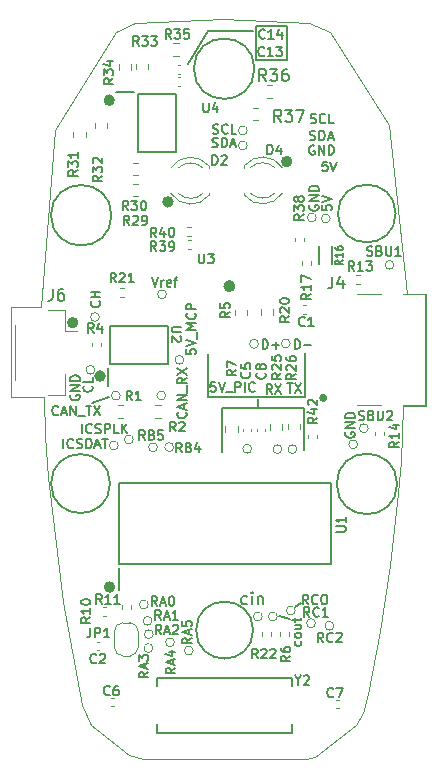
<source format=gbr>
%TF.GenerationSoftware,KiCad,Pcbnew,(7.0.0)*%
%TF.CreationDate,2023-06-26T15:04:23+05:30*%
%TF.ProjectId,EMO SN65 OBD,454d4f20-534e-4363-9520-4f42442e6b69,1*%
%TF.SameCoordinates,Original*%
%TF.FileFunction,Legend,Top*%
%TF.FilePolarity,Positive*%
%FSLAX46Y46*%
G04 Gerber Fmt 4.6, Leading zero omitted, Abs format (unit mm)*
G04 Created by KiCad (PCBNEW (7.0.0)) date 2023-06-26 15:04:23*
%MOMM*%
%LPD*%
G01*
G04 APERTURE LIST*
%ADD10C,0.150000*%
%ADD11C,0.120000*%
%ADD12C,0.200000*%
%ADD13C,0.475000*%
%ADD14C,0.525000*%
%ADD15C,0.127000*%
%ADD16C,0.360000*%
%TA.AperFunction,Profile*%
%ADD17C,0.100000*%
%TD*%
G04 APERTURE END LIST*
D10*
X119230000Y-70790000D02*
X119690000Y-70510000D01*
X103510000Y-53079999D02*
X102030000Y-53560001D01*
X111880000Y-22070000D02*
X115700000Y-22070000D01*
X113070000Y-53960000D02*
X113070000Y-57680000D01*
X110170000Y-24840000D02*
X111880000Y-22070000D01*
X120030000Y-53020000D02*
X120030001Y-49350000D01*
X115670000Y-72780000D02*
G75*
G03*
X115670000Y-72780000I-2412975J0D01*
G01*
X116110000Y-53790000D02*
X116110000Y-53230000D01*
X127871250Y-60408751D02*
G75*
G03*
X127871250Y-60408751I-2561250J0D01*
G01*
X127746194Y-37510000D02*
G75*
G03*
X127746194Y-37510000I-2444945J0D01*
G01*
X115890000Y-21670000D02*
X118510000Y-21670000D01*
X118510000Y-21670000D02*
X118510000Y-24530000D01*
X118510000Y-24530000D02*
X115890000Y-24530000D01*
X115890000Y-24530000D02*
X115890000Y-21670000D01*
X111829999Y-53050000D02*
X111830000Y-49380000D01*
X103558194Y-60378751D02*
G75*
G03*
X103558194Y-60378751I-2498194J0D01*
G01*
X111829999Y-53050000D02*
X120030000Y-53020000D01*
X119980000Y-53960000D02*
X113070000Y-53960000D01*
X119970000Y-57530000D02*
X119980000Y-53960000D01*
X103681250Y-37660000D02*
G75*
G03*
X103681250Y-37660000I-2561250J0D01*
G01*
X115782499Y-25250000D02*
G75*
G03*
X115782499Y-25250000I-2561250J0D01*
G01*
X117880000Y-71595000D02*
X118800000Y-71885000D01*
X120542380Y-29807809D02*
X120656666Y-29845904D01*
X120656666Y-29845904D02*
X120847142Y-29845904D01*
X120847142Y-29845904D02*
X120923333Y-29807809D01*
X120923333Y-29807809D02*
X120961428Y-29769714D01*
X120961428Y-29769714D02*
X120999523Y-29693523D01*
X120999523Y-29693523D02*
X120999523Y-29617333D01*
X120999523Y-29617333D02*
X120961428Y-29541142D01*
X120961428Y-29541142D02*
X120923333Y-29503047D01*
X120923333Y-29503047D02*
X120847142Y-29464952D01*
X120847142Y-29464952D02*
X120694761Y-29426857D01*
X120694761Y-29426857D02*
X120618571Y-29388761D01*
X120618571Y-29388761D02*
X120580476Y-29350666D01*
X120580476Y-29350666D02*
X120542380Y-29274476D01*
X120542380Y-29274476D02*
X120542380Y-29198285D01*
X120542380Y-29198285D02*
X120580476Y-29122095D01*
X120580476Y-29122095D02*
X120618571Y-29084000D01*
X120618571Y-29084000D02*
X120694761Y-29045904D01*
X120694761Y-29045904D02*
X120885238Y-29045904D01*
X120885238Y-29045904D02*
X120999523Y-29084000D01*
X121799524Y-29769714D02*
X121761428Y-29807809D01*
X121761428Y-29807809D02*
X121647143Y-29845904D01*
X121647143Y-29845904D02*
X121570952Y-29845904D01*
X121570952Y-29845904D02*
X121456666Y-29807809D01*
X121456666Y-29807809D02*
X121380476Y-29731619D01*
X121380476Y-29731619D02*
X121342381Y-29655428D01*
X121342381Y-29655428D02*
X121304285Y-29503047D01*
X121304285Y-29503047D02*
X121304285Y-29388761D01*
X121304285Y-29388761D02*
X121342381Y-29236380D01*
X121342381Y-29236380D02*
X121380476Y-29160190D01*
X121380476Y-29160190D02*
X121456666Y-29084000D01*
X121456666Y-29084000D02*
X121570952Y-29045904D01*
X121570952Y-29045904D02*
X121647143Y-29045904D01*
X121647143Y-29045904D02*
X121761428Y-29084000D01*
X121761428Y-29084000D02*
X121799524Y-29122095D01*
X122523333Y-29845904D02*
X122142381Y-29845904D01*
X122142381Y-29845904D02*
X122142381Y-29045904D01*
X121941428Y-33115904D02*
X121560476Y-33115904D01*
X121560476Y-33115904D02*
X121522380Y-33496857D01*
X121522380Y-33496857D02*
X121560476Y-33458761D01*
X121560476Y-33458761D02*
X121636666Y-33420666D01*
X121636666Y-33420666D02*
X121827142Y-33420666D01*
X121827142Y-33420666D02*
X121903333Y-33458761D01*
X121903333Y-33458761D02*
X121941428Y-33496857D01*
X121941428Y-33496857D02*
X121979523Y-33573047D01*
X121979523Y-33573047D02*
X121979523Y-33763523D01*
X121979523Y-33763523D02*
X121941428Y-33839714D01*
X121941428Y-33839714D02*
X121903333Y-33877809D01*
X121903333Y-33877809D02*
X121827142Y-33915904D01*
X121827142Y-33915904D02*
X121636666Y-33915904D01*
X121636666Y-33915904D02*
X121560476Y-33877809D01*
X121560476Y-33877809D02*
X121522380Y-33839714D01*
X122208095Y-33115904D02*
X122474762Y-33915904D01*
X122474762Y-33915904D02*
X122741428Y-33115904D01*
X120849523Y-31774000D02*
X120773333Y-31735904D01*
X120773333Y-31735904D02*
X120659047Y-31735904D01*
X120659047Y-31735904D02*
X120544761Y-31774000D01*
X120544761Y-31774000D02*
X120468571Y-31850190D01*
X120468571Y-31850190D02*
X120430476Y-31926380D01*
X120430476Y-31926380D02*
X120392380Y-32078761D01*
X120392380Y-32078761D02*
X120392380Y-32193047D01*
X120392380Y-32193047D02*
X120430476Y-32345428D01*
X120430476Y-32345428D02*
X120468571Y-32421619D01*
X120468571Y-32421619D02*
X120544761Y-32497809D01*
X120544761Y-32497809D02*
X120659047Y-32535904D01*
X120659047Y-32535904D02*
X120735238Y-32535904D01*
X120735238Y-32535904D02*
X120849523Y-32497809D01*
X120849523Y-32497809D02*
X120887619Y-32459714D01*
X120887619Y-32459714D02*
X120887619Y-32193047D01*
X120887619Y-32193047D02*
X120735238Y-32193047D01*
X121230476Y-32535904D02*
X121230476Y-31735904D01*
X121230476Y-31735904D02*
X121687619Y-32535904D01*
X121687619Y-32535904D02*
X121687619Y-31735904D01*
X122068571Y-32535904D02*
X122068571Y-31735904D01*
X122068571Y-31735904D02*
X122259047Y-31735904D01*
X122259047Y-31735904D02*
X122373333Y-31774000D01*
X122373333Y-31774000D02*
X122449523Y-31850190D01*
X122449523Y-31850190D02*
X122487618Y-31926380D01*
X122487618Y-31926380D02*
X122525714Y-32078761D01*
X122525714Y-32078761D02*
X122525714Y-32193047D01*
X122525714Y-32193047D02*
X122487618Y-32345428D01*
X122487618Y-32345428D02*
X122449523Y-32421619D01*
X122449523Y-32421619D02*
X122373333Y-32497809D01*
X122373333Y-32497809D02*
X122259047Y-32535904D01*
X122259047Y-32535904D02*
X122068571Y-32535904D01*
X120492380Y-31277809D02*
X120606666Y-31315904D01*
X120606666Y-31315904D02*
X120797142Y-31315904D01*
X120797142Y-31315904D02*
X120873333Y-31277809D01*
X120873333Y-31277809D02*
X120911428Y-31239714D01*
X120911428Y-31239714D02*
X120949523Y-31163523D01*
X120949523Y-31163523D02*
X120949523Y-31087333D01*
X120949523Y-31087333D02*
X120911428Y-31011142D01*
X120911428Y-31011142D02*
X120873333Y-30973047D01*
X120873333Y-30973047D02*
X120797142Y-30934952D01*
X120797142Y-30934952D02*
X120644761Y-30896857D01*
X120644761Y-30896857D02*
X120568571Y-30858761D01*
X120568571Y-30858761D02*
X120530476Y-30820666D01*
X120530476Y-30820666D02*
X120492380Y-30744476D01*
X120492380Y-30744476D02*
X120492380Y-30668285D01*
X120492380Y-30668285D02*
X120530476Y-30592095D01*
X120530476Y-30592095D02*
X120568571Y-30554000D01*
X120568571Y-30554000D02*
X120644761Y-30515904D01*
X120644761Y-30515904D02*
X120835238Y-30515904D01*
X120835238Y-30515904D02*
X120949523Y-30554000D01*
X121292381Y-31315904D02*
X121292381Y-30515904D01*
X121292381Y-30515904D02*
X121482857Y-30515904D01*
X121482857Y-30515904D02*
X121597143Y-30554000D01*
X121597143Y-30554000D02*
X121673333Y-30630190D01*
X121673333Y-30630190D02*
X121711428Y-30706380D01*
X121711428Y-30706380D02*
X121749524Y-30858761D01*
X121749524Y-30858761D02*
X121749524Y-30973047D01*
X121749524Y-30973047D02*
X121711428Y-31125428D01*
X121711428Y-31125428D02*
X121673333Y-31201619D01*
X121673333Y-31201619D02*
X121597143Y-31277809D01*
X121597143Y-31277809D02*
X121482857Y-31315904D01*
X121482857Y-31315904D02*
X121292381Y-31315904D01*
X122054285Y-31087333D02*
X122435238Y-31087333D01*
X121978095Y-31315904D02*
X122244762Y-30515904D01*
X122244762Y-30515904D02*
X122511428Y-31315904D01*
X100234000Y-52880476D02*
X100195904Y-52956666D01*
X100195904Y-52956666D02*
X100195904Y-53070952D01*
X100195904Y-53070952D02*
X100234000Y-53185238D01*
X100234000Y-53185238D02*
X100310190Y-53261428D01*
X100310190Y-53261428D02*
X100386380Y-53299523D01*
X100386380Y-53299523D02*
X100538761Y-53337619D01*
X100538761Y-53337619D02*
X100653047Y-53337619D01*
X100653047Y-53337619D02*
X100805428Y-53299523D01*
X100805428Y-53299523D02*
X100881619Y-53261428D01*
X100881619Y-53261428D02*
X100957809Y-53185238D01*
X100957809Y-53185238D02*
X100995904Y-53070952D01*
X100995904Y-53070952D02*
X100995904Y-52994761D01*
X100995904Y-52994761D02*
X100957809Y-52880476D01*
X100957809Y-52880476D02*
X100919714Y-52842380D01*
X100919714Y-52842380D02*
X100653047Y-52842380D01*
X100653047Y-52842380D02*
X100653047Y-52994761D01*
X100995904Y-52499523D02*
X100195904Y-52499523D01*
X100195904Y-52499523D02*
X100995904Y-52042380D01*
X100995904Y-52042380D02*
X100195904Y-52042380D01*
X100995904Y-51661428D02*
X100195904Y-51661428D01*
X100195904Y-51661428D02*
X100195904Y-51470952D01*
X100195904Y-51470952D02*
X100234000Y-51356666D01*
X100234000Y-51356666D02*
X100310190Y-51280476D01*
X100310190Y-51280476D02*
X100386380Y-51242381D01*
X100386380Y-51242381D02*
X100538761Y-51204285D01*
X100538761Y-51204285D02*
X100653047Y-51204285D01*
X100653047Y-51204285D02*
X100805428Y-51242381D01*
X100805428Y-51242381D02*
X100881619Y-51280476D01*
X100881619Y-51280476D02*
X100957809Y-51356666D01*
X100957809Y-51356666D02*
X100995904Y-51470952D01*
X100995904Y-51470952D02*
X100995904Y-51661428D01*
%TO.C,TP12*%
X109626667Y-57723904D02*
X109360000Y-57342952D01*
X109169524Y-57723904D02*
X109169524Y-56923904D01*
X109169524Y-56923904D02*
X109474286Y-56923904D01*
X109474286Y-56923904D02*
X109550476Y-56962000D01*
X109550476Y-56962000D02*
X109588571Y-57000095D01*
X109588571Y-57000095D02*
X109626667Y-57076285D01*
X109626667Y-57076285D02*
X109626667Y-57190571D01*
X109626667Y-57190571D02*
X109588571Y-57266761D01*
X109588571Y-57266761D02*
X109550476Y-57304857D01*
X109550476Y-57304857D02*
X109474286Y-57342952D01*
X109474286Y-57342952D02*
X109169524Y-57342952D01*
X110236190Y-57304857D02*
X110350476Y-57342952D01*
X110350476Y-57342952D02*
X110388571Y-57381047D01*
X110388571Y-57381047D02*
X110426667Y-57457238D01*
X110426667Y-57457238D02*
X110426667Y-57571523D01*
X110426667Y-57571523D02*
X110388571Y-57647714D01*
X110388571Y-57647714D02*
X110350476Y-57685809D01*
X110350476Y-57685809D02*
X110274286Y-57723904D01*
X110274286Y-57723904D02*
X109969524Y-57723904D01*
X109969524Y-57723904D02*
X109969524Y-56923904D01*
X109969524Y-56923904D02*
X110236190Y-56923904D01*
X110236190Y-56923904D02*
X110312381Y-56962000D01*
X110312381Y-56962000D02*
X110350476Y-57000095D01*
X110350476Y-57000095D02*
X110388571Y-57076285D01*
X110388571Y-57076285D02*
X110388571Y-57152476D01*
X110388571Y-57152476D02*
X110350476Y-57228666D01*
X110350476Y-57228666D02*
X110312381Y-57266761D01*
X110312381Y-57266761D02*
X110236190Y-57304857D01*
X110236190Y-57304857D02*
X109969524Y-57304857D01*
X111112381Y-57190571D02*
X111112381Y-57723904D01*
X110921905Y-56885809D02*
X110731428Y-57457238D01*
X110731428Y-57457238D02*
X111226667Y-57457238D01*
%TO.C,R14*%
X128023904Y-56864285D02*
X127642952Y-57130952D01*
X128023904Y-57321428D02*
X127223904Y-57321428D01*
X127223904Y-57321428D02*
X127223904Y-57016666D01*
X127223904Y-57016666D02*
X127262000Y-56940476D01*
X127262000Y-56940476D02*
X127300095Y-56902381D01*
X127300095Y-56902381D02*
X127376285Y-56864285D01*
X127376285Y-56864285D02*
X127490571Y-56864285D01*
X127490571Y-56864285D02*
X127566761Y-56902381D01*
X127566761Y-56902381D02*
X127604857Y-56940476D01*
X127604857Y-56940476D02*
X127642952Y-57016666D01*
X127642952Y-57016666D02*
X127642952Y-57321428D01*
X128023904Y-56102381D02*
X128023904Y-56559524D01*
X128023904Y-56330952D02*
X127223904Y-56330952D01*
X127223904Y-56330952D02*
X127338190Y-56407143D01*
X127338190Y-56407143D02*
X127414380Y-56483333D01*
X127414380Y-56483333D02*
X127452476Y-56559524D01*
X127490571Y-55416666D02*
X128023904Y-55416666D01*
X127185809Y-55607142D02*
X127757238Y-55797619D01*
X127757238Y-55797619D02*
X127757238Y-55302380D01*
%TO.C,TP25*%
X112482381Y-51783904D02*
X112101429Y-51783904D01*
X112101429Y-51783904D02*
X112063333Y-52164857D01*
X112063333Y-52164857D02*
X112101429Y-52126761D01*
X112101429Y-52126761D02*
X112177619Y-52088666D01*
X112177619Y-52088666D02*
X112368095Y-52088666D01*
X112368095Y-52088666D02*
X112444286Y-52126761D01*
X112444286Y-52126761D02*
X112482381Y-52164857D01*
X112482381Y-52164857D02*
X112520476Y-52241047D01*
X112520476Y-52241047D02*
X112520476Y-52431523D01*
X112520476Y-52431523D02*
X112482381Y-52507714D01*
X112482381Y-52507714D02*
X112444286Y-52545809D01*
X112444286Y-52545809D02*
X112368095Y-52583904D01*
X112368095Y-52583904D02*
X112177619Y-52583904D01*
X112177619Y-52583904D02*
X112101429Y-52545809D01*
X112101429Y-52545809D02*
X112063333Y-52507714D01*
X112749048Y-51783904D02*
X113015715Y-52583904D01*
X113015715Y-52583904D02*
X113282381Y-51783904D01*
X113358572Y-52660095D02*
X113968095Y-52660095D01*
X114158572Y-52583904D02*
X114158572Y-51783904D01*
X114158572Y-51783904D02*
X114463334Y-51783904D01*
X114463334Y-51783904D02*
X114539524Y-51822000D01*
X114539524Y-51822000D02*
X114577619Y-51860095D01*
X114577619Y-51860095D02*
X114615715Y-51936285D01*
X114615715Y-51936285D02*
X114615715Y-52050571D01*
X114615715Y-52050571D02*
X114577619Y-52126761D01*
X114577619Y-52126761D02*
X114539524Y-52164857D01*
X114539524Y-52164857D02*
X114463334Y-52202952D01*
X114463334Y-52202952D02*
X114158572Y-52202952D01*
X114958572Y-52583904D02*
X114958572Y-51783904D01*
X115796667Y-52507714D02*
X115758571Y-52545809D01*
X115758571Y-52545809D02*
X115644286Y-52583904D01*
X115644286Y-52583904D02*
X115568095Y-52583904D01*
X115568095Y-52583904D02*
X115453809Y-52545809D01*
X115453809Y-52545809D02*
X115377619Y-52469619D01*
X115377619Y-52469619D02*
X115339524Y-52393428D01*
X115339524Y-52393428D02*
X115301428Y-52241047D01*
X115301428Y-52241047D02*
X115301428Y-52126761D01*
X115301428Y-52126761D02*
X115339524Y-51974380D01*
X115339524Y-51974380D02*
X115377619Y-51898190D01*
X115377619Y-51898190D02*
X115453809Y-51822000D01*
X115453809Y-51822000D02*
X115568095Y-51783904D01*
X115568095Y-51783904D02*
X115644286Y-51783904D01*
X115644286Y-51783904D02*
X115758571Y-51822000D01*
X115758571Y-51822000D02*
X115796667Y-51860095D01*
%TO.C,TP15*%
X101165238Y-56123904D02*
X101165238Y-55323904D01*
X102003333Y-56047714D02*
X101965237Y-56085809D01*
X101965237Y-56085809D02*
X101850952Y-56123904D01*
X101850952Y-56123904D02*
X101774761Y-56123904D01*
X101774761Y-56123904D02*
X101660475Y-56085809D01*
X101660475Y-56085809D02*
X101584285Y-56009619D01*
X101584285Y-56009619D02*
X101546190Y-55933428D01*
X101546190Y-55933428D02*
X101508094Y-55781047D01*
X101508094Y-55781047D02*
X101508094Y-55666761D01*
X101508094Y-55666761D02*
X101546190Y-55514380D01*
X101546190Y-55514380D02*
X101584285Y-55438190D01*
X101584285Y-55438190D02*
X101660475Y-55362000D01*
X101660475Y-55362000D02*
X101774761Y-55323904D01*
X101774761Y-55323904D02*
X101850952Y-55323904D01*
X101850952Y-55323904D02*
X101965237Y-55362000D01*
X101965237Y-55362000D02*
X102003333Y-55400095D01*
X102308094Y-56085809D02*
X102422380Y-56123904D01*
X102422380Y-56123904D02*
X102612856Y-56123904D01*
X102612856Y-56123904D02*
X102689047Y-56085809D01*
X102689047Y-56085809D02*
X102727142Y-56047714D01*
X102727142Y-56047714D02*
X102765237Y-55971523D01*
X102765237Y-55971523D02*
X102765237Y-55895333D01*
X102765237Y-55895333D02*
X102727142Y-55819142D01*
X102727142Y-55819142D02*
X102689047Y-55781047D01*
X102689047Y-55781047D02*
X102612856Y-55742952D01*
X102612856Y-55742952D02*
X102460475Y-55704857D01*
X102460475Y-55704857D02*
X102384285Y-55666761D01*
X102384285Y-55666761D02*
X102346190Y-55628666D01*
X102346190Y-55628666D02*
X102308094Y-55552476D01*
X102308094Y-55552476D02*
X102308094Y-55476285D01*
X102308094Y-55476285D02*
X102346190Y-55400095D01*
X102346190Y-55400095D02*
X102384285Y-55362000D01*
X102384285Y-55362000D02*
X102460475Y-55323904D01*
X102460475Y-55323904D02*
X102650952Y-55323904D01*
X102650952Y-55323904D02*
X102765237Y-55362000D01*
X103108095Y-56123904D02*
X103108095Y-55323904D01*
X103108095Y-55323904D02*
X103412857Y-55323904D01*
X103412857Y-55323904D02*
X103489047Y-55362000D01*
X103489047Y-55362000D02*
X103527142Y-55400095D01*
X103527142Y-55400095D02*
X103565238Y-55476285D01*
X103565238Y-55476285D02*
X103565238Y-55590571D01*
X103565238Y-55590571D02*
X103527142Y-55666761D01*
X103527142Y-55666761D02*
X103489047Y-55704857D01*
X103489047Y-55704857D02*
X103412857Y-55742952D01*
X103412857Y-55742952D02*
X103108095Y-55742952D01*
X104289047Y-56123904D02*
X103908095Y-56123904D01*
X103908095Y-56123904D02*
X103908095Y-55323904D01*
X104555714Y-56123904D02*
X104555714Y-55323904D01*
X105012857Y-56123904D02*
X104669999Y-55666761D01*
X105012857Y-55323904D02*
X104555714Y-55781047D01*
%TO.C,C13*%
X116595714Y-24117714D02*
X116557618Y-24155809D01*
X116557618Y-24155809D02*
X116443333Y-24193904D01*
X116443333Y-24193904D02*
X116367142Y-24193904D01*
X116367142Y-24193904D02*
X116252856Y-24155809D01*
X116252856Y-24155809D02*
X116176666Y-24079619D01*
X116176666Y-24079619D02*
X116138571Y-24003428D01*
X116138571Y-24003428D02*
X116100475Y-23851047D01*
X116100475Y-23851047D02*
X116100475Y-23736761D01*
X116100475Y-23736761D02*
X116138571Y-23584380D01*
X116138571Y-23584380D02*
X116176666Y-23508190D01*
X116176666Y-23508190D02*
X116252856Y-23432000D01*
X116252856Y-23432000D02*
X116367142Y-23393904D01*
X116367142Y-23393904D02*
X116443333Y-23393904D01*
X116443333Y-23393904D02*
X116557618Y-23432000D01*
X116557618Y-23432000D02*
X116595714Y-23470095D01*
X117357618Y-24193904D02*
X116900475Y-24193904D01*
X117129047Y-24193904D02*
X117129047Y-23393904D01*
X117129047Y-23393904D02*
X117052856Y-23508190D01*
X117052856Y-23508190D02*
X116976666Y-23584380D01*
X116976666Y-23584380D02*
X116900475Y-23622476D01*
X117624285Y-23393904D02*
X118119523Y-23393904D01*
X118119523Y-23393904D02*
X117852857Y-23698666D01*
X117852857Y-23698666D02*
X117967142Y-23698666D01*
X117967142Y-23698666D02*
X118043333Y-23736761D01*
X118043333Y-23736761D02*
X118081428Y-23774857D01*
X118081428Y-23774857D02*
X118119523Y-23851047D01*
X118119523Y-23851047D02*
X118119523Y-24041523D01*
X118119523Y-24041523D02*
X118081428Y-24117714D01*
X118081428Y-24117714D02*
X118043333Y-24155809D01*
X118043333Y-24155809D02*
X117967142Y-24193904D01*
X117967142Y-24193904D02*
X117738571Y-24193904D01*
X117738571Y-24193904D02*
X117662380Y-24155809D01*
X117662380Y-24155809D02*
X117624285Y-24117714D01*
%TO.C,U1*%
X122703904Y-64459523D02*
X123351523Y-64459523D01*
X123351523Y-64459523D02*
X123427714Y-64421428D01*
X123427714Y-64421428D02*
X123465809Y-64383333D01*
X123465809Y-64383333D02*
X123503904Y-64307142D01*
X123503904Y-64307142D02*
X123503904Y-64154761D01*
X123503904Y-64154761D02*
X123465809Y-64078571D01*
X123465809Y-64078571D02*
X123427714Y-64040476D01*
X123427714Y-64040476D02*
X123351523Y-64002380D01*
X123351523Y-64002380D02*
X122703904Y-64002380D01*
X123503904Y-63202381D02*
X123503904Y-63659524D01*
X123503904Y-63430952D02*
X122703904Y-63430952D01*
X122703904Y-63430952D02*
X122818190Y-63507143D01*
X122818190Y-63507143D02*
X122894380Y-63583333D01*
X122894380Y-63583333D02*
X122932476Y-63659524D01*
%TO.C,TP24*%
X109967714Y-54349999D02*
X110005809Y-54388095D01*
X110005809Y-54388095D02*
X110043904Y-54502380D01*
X110043904Y-54502380D02*
X110043904Y-54578571D01*
X110043904Y-54578571D02*
X110005809Y-54692857D01*
X110005809Y-54692857D02*
X109929619Y-54769047D01*
X109929619Y-54769047D02*
X109853428Y-54807142D01*
X109853428Y-54807142D02*
X109701047Y-54845238D01*
X109701047Y-54845238D02*
X109586761Y-54845238D01*
X109586761Y-54845238D02*
X109434380Y-54807142D01*
X109434380Y-54807142D02*
X109358190Y-54769047D01*
X109358190Y-54769047D02*
X109282000Y-54692857D01*
X109282000Y-54692857D02*
X109243904Y-54578571D01*
X109243904Y-54578571D02*
X109243904Y-54502380D01*
X109243904Y-54502380D02*
X109282000Y-54388095D01*
X109282000Y-54388095D02*
X109320095Y-54349999D01*
X109815333Y-54045238D02*
X109815333Y-53664285D01*
X110043904Y-54121428D02*
X109243904Y-53854761D01*
X109243904Y-53854761D02*
X110043904Y-53588095D01*
X110043904Y-53321428D02*
X109243904Y-53321428D01*
X109243904Y-53321428D02*
X110043904Y-52864285D01*
X110043904Y-52864285D02*
X109243904Y-52864285D01*
X110120095Y-52673810D02*
X110120095Y-52064286D01*
X110043904Y-51416666D02*
X109662952Y-51683333D01*
X110043904Y-51873809D02*
X109243904Y-51873809D01*
X109243904Y-51873809D02*
X109243904Y-51569047D01*
X109243904Y-51569047D02*
X109282000Y-51492857D01*
X109282000Y-51492857D02*
X109320095Y-51454762D01*
X109320095Y-51454762D02*
X109396285Y-51416666D01*
X109396285Y-51416666D02*
X109510571Y-51416666D01*
X109510571Y-51416666D02*
X109586761Y-51454762D01*
X109586761Y-51454762D02*
X109624857Y-51492857D01*
X109624857Y-51492857D02*
X109662952Y-51569047D01*
X109662952Y-51569047D02*
X109662952Y-51873809D01*
X109243904Y-51150000D02*
X110043904Y-50616666D01*
X109243904Y-50616666D02*
X110043904Y-51150000D01*
%TO.C,R36*%
X116777142Y-26287380D02*
X116443809Y-25811190D01*
X116205714Y-26287380D02*
X116205714Y-25287380D01*
X116205714Y-25287380D02*
X116586666Y-25287380D01*
X116586666Y-25287380D02*
X116681904Y-25335000D01*
X116681904Y-25335000D02*
X116729523Y-25382619D01*
X116729523Y-25382619D02*
X116777142Y-25477857D01*
X116777142Y-25477857D02*
X116777142Y-25620714D01*
X116777142Y-25620714D02*
X116729523Y-25715952D01*
X116729523Y-25715952D02*
X116681904Y-25763571D01*
X116681904Y-25763571D02*
X116586666Y-25811190D01*
X116586666Y-25811190D02*
X116205714Y-25811190D01*
X117110476Y-25287380D02*
X117729523Y-25287380D01*
X117729523Y-25287380D02*
X117396190Y-25668333D01*
X117396190Y-25668333D02*
X117539047Y-25668333D01*
X117539047Y-25668333D02*
X117634285Y-25715952D01*
X117634285Y-25715952D02*
X117681904Y-25763571D01*
X117681904Y-25763571D02*
X117729523Y-25858809D01*
X117729523Y-25858809D02*
X117729523Y-26096904D01*
X117729523Y-26096904D02*
X117681904Y-26192142D01*
X117681904Y-26192142D02*
X117634285Y-26239761D01*
X117634285Y-26239761D02*
X117539047Y-26287380D01*
X117539047Y-26287380D02*
X117253333Y-26287380D01*
X117253333Y-26287380D02*
X117158095Y-26239761D01*
X117158095Y-26239761D02*
X117110476Y-26192142D01*
X118586666Y-25287380D02*
X118396190Y-25287380D01*
X118396190Y-25287380D02*
X118300952Y-25335000D01*
X118300952Y-25335000D02*
X118253333Y-25382619D01*
X118253333Y-25382619D02*
X118158095Y-25525476D01*
X118158095Y-25525476D02*
X118110476Y-25715952D01*
X118110476Y-25715952D02*
X118110476Y-26096904D01*
X118110476Y-26096904D02*
X118158095Y-26192142D01*
X118158095Y-26192142D02*
X118205714Y-26239761D01*
X118205714Y-26239761D02*
X118300952Y-26287380D01*
X118300952Y-26287380D02*
X118491428Y-26287380D01*
X118491428Y-26287380D02*
X118586666Y-26239761D01*
X118586666Y-26239761D02*
X118634285Y-26192142D01*
X118634285Y-26192142D02*
X118681904Y-26096904D01*
X118681904Y-26096904D02*
X118681904Y-25858809D01*
X118681904Y-25858809D02*
X118634285Y-25763571D01*
X118634285Y-25763571D02*
X118586666Y-25715952D01*
X118586666Y-25715952D02*
X118491428Y-25668333D01*
X118491428Y-25668333D02*
X118300952Y-25668333D01*
X118300952Y-25668333D02*
X118205714Y-25715952D01*
X118205714Y-25715952D02*
X118158095Y-25763571D01*
X118158095Y-25763571D02*
X118110476Y-25858809D01*
%TO.C,U3*%
X111080476Y-40903904D02*
X111080476Y-41551523D01*
X111080476Y-41551523D02*
X111118571Y-41627714D01*
X111118571Y-41627714D02*
X111156666Y-41665809D01*
X111156666Y-41665809D02*
X111232857Y-41703904D01*
X111232857Y-41703904D02*
X111385238Y-41703904D01*
X111385238Y-41703904D02*
X111461428Y-41665809D01*
X111461428Y-41665809D02*
X111499523Y-41627714D01*
X111499523Y-41627714D02*
X111537619Y-41551523D01*
X111537619Y-41551523D02*
X111537619Y-40903904D01*
X111842380Y-40903904D02*
X112337618Y-40903904D01*
X112337618Y-40903904D02*
X112070952Y-41208666D01*
X112070952Y-41208666D02*
X112185237Y-41208666D01*
X112185237Y-41208666D02*
X112261428Y-41246761D01*
X112261428Y-41246761D02*
X112299523Y-41284857D01*
X112299523Y-41284857D02*
X112337618Y-41361047D01*
X112337618Y-41361047D02*
X112337618Y-41551523D01*
X112337618Y-41551523D02*
X112299523Y-41627714D01*
X112299523Y-41627714D02*
X112261428Y-41665809D01*
X112261428Y-41665809D02*
X112185237Y-41703904D01*
X112185237Y-41703904D02*
X111956666Y-41703904D01*
X111956666Y-41703904D02*
X111880475Y-41665809D01*
X111880475Y-41665809D02*
X111842380Y-41627714D01*
%TO.C,TP19*%
X125321428Y-41055809D02*
X125435714Y-41093904D01*
X125435714Y-41093904D02*
X125626190Y-41093904D01*
X125626190Y-41093904D02*
X125702381Y-41055809D01*
X125702381Y-41055809D02*
X125740476Y-41017714D01*
X125740476Y-41017714D02*
X125778571Y-40941523D01*
X125778571Y-40941523D02*
X125778571Y-40865333D01*
X125778571Y-40865333D02*
X125740476Y-40789142D01*
X125740476Y-40789142D02*
X125702381Y-40751047D01*
X125702381Y-40751047D02*
X125626190Y-40712952D01*
X125626190Y-40712952D02*
X125473809Y-40674857D01*
X125473809Y-40674857D02*
X125397619Y-40636761D01*
X125397619Y-40636761D02*
X125359524Y-40598666D01*
X125359524Y-40598666D02*
X125321428Y-40522476D01*
X125321428Y-40522476D02*
X125321428Y-40446285D01*
X125321428Y-40446285D02*
X125359524Y-40370095D01*
X125359524Y-40370095D02*
X125397619Y-40332000D01*
X125397619Y-40332000D02*
X125473809Y-40293904D01*
X125473809Y-40293904D02*
X125664286Y-40293904D01*
X125664286Y-40293904D02*
X125778571Y-40332000D01*
X126388095Y-40674857D02*
X126502381Y-40712952D01*
X126502381Y-40712952D02*
X126540476Y-40751047D01*
X126540476Y-40751047D02*
X126578572Y-40827238D01*
X126578572Y-40827238D02*
X126578572Y-40941523D01*
X126578572Y-40941523D02*
X126540476Y-41017714D01*
X126540476Y-41017714D02*
X126502381Y-41055809D01*
X126502381Y-41055809D02*
X126426191Y-41093904D01*
X126426191Y-41093904D02*
X126121429Y-41093904D01*
X126121429Y-41093904D02*
X126121429Y-40293904D01*
X126121429Y-40293904D02*
X126388095Y-40293904D01*
X126388095Y-40293904D02*
X126464286Y-40332000D01*
X126464286Y-40332000D02*
X126502381Y-40370095D01*
X126502381Y-40370095D02*
X126540476Y-40446285D01*
X126540476Y-40446285D02*
X126540476Y-40522476D01*
X126540476Y-40522476D02*
X126502381Y-40598666D01*
X126502381Y-40598666D02*
X126464286Y-40636761D01*
X126464286Y-40636761D02*
X126388095Y-40674857D01*
X126388095Y-40674857D02*
X126121429Y-40674857D01*
X126921429Y-40293904D02*
X126921429Y-40941523D01*
X126921429Y-40941523D02*
X126959524Y-41017714D01*
X126959524Y-41017714D02*
X126997619Y-41055809D01*
X126997619Y-41055809D02*
X127073810Y-41093904D01*
X127073810Y-41093904D02*
X127226191Y-41093904D01*
X127226191Y-41093904D02*
X127302381Y-41055809D01*
X127302381Y-41055809D02*
X127340476Y-41017714D01*
X127340476Y-41017714D02*
X127378572Y-40941523D01*
X127378572Y-40941523D02*
X127378572Y-40293904D01*
X128178571Y-41093904D02*
X127721428Y-41093904D01*
X127950000Y-41093904D02*
X127950000Y-40293904D01*
X127950000Y-40293904D02*
X127873809Y-40408190D01*
X127873809Y-40408190D02*
X127797619Y-40484380D01*
X127797619Y-40484380D02*
X127721428Y-40522476D01*
%TO.C,TP5*%
X109093904Y-75976189D02*
X108712952Y-76242856D01*
X109093904Y-76433332D02*
X108293904Y-76433332D01*
X108293904Y-76433332D02*
X108293904Y-76128570D01*
X108293904Y-76128570D02*
X108332000Y-76052380D01*
X108332000Y-76052380D02*
X108370095Y-76014285D01*
X108370095Y-76014285D02*
X108446285Y-75976189D01*
X108446285Y-75976189D02*
X108560571Y-75976189D01*
X108560571Y-75976189D02*
X108636761Y-76014285D01*
X108636761Y-76014285D02*
X108674857Y-76052380D01*
X108674857Y-76052380D02*
X108712952Y-76128570D01*
X108712952Y-76128570D02*
X108712952Y-76433332D01*
X108865333Y-75671428D02*
X108865333Y-75290475D01*
X109093904Y-75747618D02*
X108293904Y-75480951D01*
X108293904Y-75480951D02*
X109093904Y-75214285D01*
X108560571Y-74604761D02*
X109093904Y-74604761D01*
X108255809Y-74795237D02*
X108827238Y-74985714D01*
X108827238Y-74985714D02*
X108827238Y-74490475D01*
%TO.C,R22*%
X116075714Y-75153904D02*
X115809047Y-74772952D01*
X115618571Y-75153904D02*
X115618571Y-74353904D01*
X115618571Y-74353904D02*
X115923333Y-74353904D01*
X115923333Y-74353904D02*
X115999523Y-74392000D01*
X115999523Y-74392000D02*
X116037618Y-74430095D01*
X116037618Y-74430095D02*
X116075714Y-74506285D01*
X116075714Y-74506285D02*
X116075714Y-74620571D01*
X116075714Y-74620571D02*
X116037618Y-74696761D01*
X116037618Y-74696761D02*
X115999523Y-74734857D01*
X115999523Y-74734857D02*
X115923333Y-74772952D01*
X115923333Y-74772952D02*
X115618571Y-74772952D01*
X116380475Y-74430095D02*
X116418571Y-74392000D01*
X116418571Y-74392000D02*
X116494761Y-74353904D01*
X116494761Y-74353904D02*
X116685237Y-74353904D01*
X116685237Y-74353904D02*
X116761428Y-74392000D01*
X116761428Y-74392000D02*
X116799523Y-74430095D01*
X116799523Y-74430095D02*
X116837618Y-74506285D01*
X116837618Y-74506285D02*
X116837618Y-74582476D01*
X116837618Y-74582476D02*
X116799523Y-74696761D01*
X116799523Y-74696761D02*
X116342380Y-75153904D01*
X116342380Y-75153904D02*
X116837618Y-75153904D01*
X117142380Y-74430095D02*
X117180476Y-74392000D01*
X117180476Y-74392000D02*
X117256666Y-74353904D01*
X117256666Y-74353904D02*
X117447142Y-74353904D01*
X117447142Y-74353904D02*
X117523333Y-74392000D01*
X117523333Y-74392000D02*
X117561428Y-74430095D01*
X117561428Y-74430095D02*
X117599523Y-74506285D01*
X117599523Y-74506285D02*
X117599523Y-74582476D01*
X117599523Y-74582476D02*
X117561428Y-74696761D01*
X117561428Y-74696761D02*
X117104285Y-75153904D01*
X117104285Y-75153904D02*
X117599523Y-75153904D01*
%TO.C,TP2*%
X107863810Y-71913904D02*
X107597143Y-71532952D01*
X107406667Y-71913904D02*
X107406667Y-71113904D01*
X107406667Y-71113904D02*
X107711429Y-71113904D01*
X107711429Y-71113904D02*
X107787619Y-71152000D01*
X107787619Y-71152000D02*
X107825714Y-71190095D01*
X107825714Y-71190095D02*
X107863810Y-71266285D01*
X107863810Y-71266285D02*
X107863810Y-71380571D01*
X107863810Y-71380571D02*
X107825714Y-71456761D01*
X107825714Y-71456761D02*
X107787619Y-71494857D01*
X107787619Y-71494857D02*
X107711429Y-71532952D01*
X107711429Y-71532952D02*
X107406667Y-71532952D01*
X108168571Y-71685333D02*
X108549524Y-71685333D01*
X108092381Y-71913904D02*
X108359048Y-71113904D01*
X108359048Y-71113904D02*
X108625714Y-71913904D01*
X109311428Y-71913904D02*
X108854285Y-71913904D01*
X109082857Y-71913904D02*
X109082857Y-71113904D01*
X109082857Y-71113904D02*
X109006666Y-71228190D01*
X109006666Y-71228190D02*
X108930476Y-71304380D01*
X108930476Y-71304380D02*
X108854285Y-71342476D01*
%TO.C,R1*%
X105416667Y-53323904D02*
X105150000Y-52942952D01*
X104959524Y-53323904D02*
X104959524Y-52523904D01*
X104959524Y-52523904D02*
X105264286Y-52523904D01*
X105264286Y-52523904D02*
X105340476Y-52562000D01*
X105340476Y-52562000D02*
X105378571Y-52600095D01*
X105378571Y-52600095D02*
X105416667Y-52676285D01*
X105416667Y-52676285D02*
X105416667Y-52790571D01*
X105416667Y-52790571D02*
X105378571Y-52866761D01*
X105378571Y-52866761D02*
X105340476Y-52904857D01*
X105340476Y-52904857D02*
X105264286Y-52942952D01*
X105264286Y-52942952D02*
X104959524Y-52942952D01*
X106178571Y-53323904D02*
X105721428Y-53323904D01*
X105950000Y-53323904D02*
X105950000Y-52523904D01*
X105950000Y-52523904D02*
X105873809Y-52638190D01*
X105873809Y-52638190D02*
X105797619Y-52714380D01*
X105797619Y-52714380D02*
X105721428Y-52752476D01*
%TO.C,D2*%
X112219524Y-33373904D02*
X112219524Y-32573904D01*
X112219524Y-32573904D02*
X112410000Y-32573904D01*
X112410000Y-32573904D02*
X112524286Y-32612000D01*
X112524286Y-32612000D02*
X112600476Y-32688190D01*
X112600476Y-32688190D02*
X112638571Y-32764380D01*
X112638571Y-32764380D02*
X112676667Y-32916761D01*
X112676667Y-32916761D02*
X112676667Y-33031047D01*
X112676667Y-33031047D02*
X112638571Y-33183428D01*
X112638571Y-33183428D02*
X112600476Y-33259619D01*
X112600476Y-33259619D02*
X112524286Y-33335809D01*
X112524286Y-33335809D02*
X112410000Y-33373904D01*
X112410000Y-33373904D02*
X112219524Y-33373904D01*
X112981428Y-32650095D02*
X113019524Y-32612000D01*
X113019524Y-32612000D02*
X113095714Y-32573904D01*
X113095714Y-32573904D02*
X113286190Y-32573904D01*
X113286190Y-32573904D02*
X113362381Y-32612000D01*
X113362381Y-32612000D02*
X113400476Y-32650095D01*
X113400476Y-32650095D02*
X113438571Y-32726285D01*
X113438571Y-32726285D02*
X113438571Y-32802476D01*
X113438571Y-32802476D02*
X113400476Y-32916761D01*
X113400476Y-32916761D02*
X112943333Y-33373904D01*
X112943333Y-33373904D02*
X113438571Y-33373904D01*
%TO.C,TP38*%
X118580476Y-51893904D02*
X119037619Y-51893904D01*
X118809047Y-52693904D02*
X118809047Y-51893904D01*
X119228095Y-51893904D02*
X119761429Y-52693904D01*
X119761429Y-51893904D02*
X119228095Y-52693904D01*
%TO.C,R17*%
X120563904Y-44304285D02*
X120182952Y-44570952D01*
X120563904Y-44761428D02*
X119763904Y-44761428D01*
X119763904Y-44761428D02*
X119763904Y-44456666D01*
X119763904Y-44456666D02*
X119802000Y-44380476D01*
X119802000Y-44380476D02*
X119840095Y-44342381D01*
X119840095Y-44342381D02*
X119916285Y-44304285D01*
X119916285Y-44304285D02*
X120030571Y-44304285D01*
X120030571Y-44304285D02*
X120106761Y-44342381D01*
X120106761Y-44342381D02*
X120144857Y-44380476D01*
X120144857Y-44380476D02*
X120182952Y-44456666D01*
X120182952Y-44456666D02*
X120182952Y-44761428D01*
X120563904Y-43542381D02*
X120563904Y-43999524D01*
X120563904Y-43770952D02*
X119763904Y-43770952D01*
X119763904Y-43770952D02*
X119878190Y-43847143D01*
X119878190Y-43847143D02*
X119954380Y-43923333D01*
X119954380Y-43923333D02*
X119992476Y-43999524D01*
X119763904Y-43275714D02*
X119763904Y-42742380D01*
X119763904Y-42742380D02*
X120563904Y-43085238D01*
%TO.C,TP27*%
X115157619Y-70539761D02*
X115062381Y-70587380D01*
X115062381Y-70587380D02*
X114871905Y-70587380D01*
X114871905Y-70587380D02*
X114776667Y-70539761D01*
X114776667Y-70539761D02*
X114729048Y-70492142D01*
X114729048Y-70492142D02*
X114681429Y-70396904D01*
X114681429Y-70396904D02*
X114681429Y-70111190D01*
X114681429Y-70111190D02*
X114729048Y-70015952D01*
X114729048Y-70015952D02*
X114776667Y-69968333D01*
X114776667Y-69968333D02*
X114871905Y-69920714D01*
X114871905Y-69920714D02*
X115062381Y-69920714D01*
X115062381Y-69920714D02*
X115157619Y-69968333D01*
X115586191Y-70587380D02*
X115586191Y-69920714D01*
X115586191Y-69587380D02*
X115538572Y-69635000D01*
X115538572Y-69635000D02*
X115586191Y-69682619D01*
X115586191Y-69682619D02*
X115633810Y-69635000D01*
X115633810Y-69635000D02*
X115586191Y-69587380D01*
X115586191Y-69587380D02*
X115586191Y-69682619D01*
X116062381Y-69920714D02*
X116062381Y-70587380D01*
X116062381Y-70015952D02*
X116110000Y-69968333D01*
X116110000Y-69968333D02*
X116205238Y-69920714D01*
X116205238Y-69920714D02*
X116348095Y-69920714D01*
X116348095Y-69920714D02*
X116443333Y-69968333D01*
X116443333Y-69968333D02*
X116490952Y-70063571D01*
X116490952Y-70063571D02*
X116490952Y-70587380D01*
%TO.C,J6*%
X98696666Y-43897380D02*
X98696666Y-44611666D01*
X98696666Y-44611666D02*
X98649047Y-44754523D01*
X98649047Y-44754523D02*
X98553809Y-44849761D01*
X98553809Y-44849761D02*
X98410952Y-44897380D01*
X98410952Y-44897380D02*
X98315714Y-44897380D01*
X99601428Y-43897380D02*
X99410952Y-43897380D01*
X99410952Y-43897380D02*
X99315714Y-43945000D01*
X99315714Y-43945000D02*
X99268095Y-43992619D01*
X99268095Y-43992619D02*
X99172857Y-44135476D01*
X99172857Y-44135476D02*
X99125238Y-44325952D01*
X99125238Y-44325952D02*
X99125238Y-44706904D01*
X99125238Y-44706904D02*
X99172857Y-44802142D01*
X99172857Y-44802142D02*
X99220476Y-44849761D01*
X99220476Y-44849761D02*
X99315714Y-44897380D01*
X99315714Y-44897380D02*
X99506190Y-44897380D01*
X99506190Y-44897380D02*
X99601428Y-44849761D01*
X99601428Y-44849761D02*
X99649047Y-44802142D01*
X99649047Y-44802142D02*
X99696666Y-44706904D01*
X99696666Y-44706904D02*
X99696666Y-44468809D01*
X99696666Y-44468809D02*
X99649047Y-44373571D01*
X99649047Y-44373571D02*
X99601428Y-44325952D01*
X99601428Y-44325952D02*
X99506190Y-44278333D01*
X99506190Y-44278333D02*
X99315714Y-44278333D01*
X99315714Y-44278333D02*
X99220476Y-44325952D01*
X99220476Y-44325952D02*
X99172857Y-44373571D01*
X99172857Y-44373571D02*
X99125238Y-44468809D01*
%TO.C,R11*%
X102865714Y-70563904D02*
X102599047Y-70182952D01*
X102408571Y-70563904D02*
X102408571Y-69763904D01*
X102408571Y-69763904D02*
X102713333Y-69763904D01*
X102713333Y-69763904D02*
X102789523Y-69802000D01*
X102789523Y-69802000D02*
X102827618Y-69840095D01*
X102827618Y-69840095D02*
X102865714Y-69916285D01*
X102865714Y-69916285D02*
X102865714Y-70030571D01*
X102865714Y-70030571D02*
X102827618Y-70106761D01*
X102827618Y-70106761D02*
X102789523Y-70144857D01*
X102789523Y-70144857D02*
X102713333Y-70182952D01*
X102713333Y-70182952D02*
X102408571Y-70182952D01*
X103627618Y-70563904D02*
X103170475Y-70563904D01*
X103399047Y-70563904D02*
X103399047Y-69763904D01*
X103399047Y-69763904D02*
X103322856Y-69878190D01*
X103322856Y-69878190D02*
X103246666Y-69954380D01*
X103246666Y-69954380D02*
X103170475Y-69992476D01*
X104389523Y-70563904D02*
X103932380Y-70563904D01*
X104160952Y-70563904D02*
X104160952Y-69763904D01*
X104160952Y-69763904D02*
X104084761Y-69878190D01*
X104084761Y-69878190D02*
X104008571Y-69954380D01*
X104008571Y-69954380D02*
X103932380Y-69992476D01*
%TO.C,TP22*%
X102002714Y-52091189D02*
X102040809Y-52129285D01*
X102040809Y-52129285D02*
X102078904Y-52243570D01*
X102078904Y-52243570D02*
X102078904Y-52319761D01*
X102078904Y-52319761D02*
X102040809Y-52434047D01*
X102040809Y-52434047D02*
X101964619Y-52510237D01*
X101964619Y-52510237D02*
X101888428Y-52548332D01*
X101888428Y-52548332D02*
X101736047Y-52586428D01*
X101736047Y-52586428D02*
X101621761Y-52586428D01*
X101621761Y-52586428D02*
X101469380Y-52548332D01*
X101469380Y-52548332D02*
X101393190Y-52510237D01*
X101393190Y-52510237D02*
X101317000Y-52434047D01*
X101317000Y-52434047D02*
X101278904Y-52319761D01*
X101278904Y-52319761D02*
X101278904Y-52243570D01*
X101278904Y-52243570D02*
X101317000Y-52129285D01*
X101317000Y-52129285D02*
X101355095Y-52091189D01*
X102078904Y-51367380D02*
X102078904Y-51748332D01*
X102078904Y-51748332D02*
X101278904Y-51748332D01*
%TO.C,R40*%
X107485714Y-39503904D02*
X107219047Y-39122952D01*
X107028571Y-39503904D02*
X107028571Y-38703904D01*
X107028571Y-38703904D02*
X107333333Y-38703904D01*
X107333333Y-38703904D02*
X107409523Y-38742000D01*
X107409523Y-38742000D02*
X107447618Y-38780095D01*
X107447618Y-38780095D02*
X107485714Y-38856285D01*
X107485714Y-38856285D02*
X107485714Y-38970571D01*
X107485714Y-38970571D02*
X107447618Y-39046761D01*
X107447618Y-39046761D02*
X107409523Y-39084857D01*
X107409523Y-39084857D02*
X107333333Y-39122952D01*
X107333333Y-39122952D02*
X107028571Y-39122952D01*
X108171428Y-38970571D02*
X108171428Y-39503904D01*
X107980952Y-38665809D02*
X107790475Y-39237238D01*
X107790475Y-39237238D02*
X108285714Y-39237238D01*
X108742857Y-38703904D02*
X108819047Y-38703904D01*
X108819047Y-38703904D02*
X108895238Y-38742000D01*
X108895238Y-38742000D02*
X108933333Y-38780095D01*
X108933333Y-38780095D02*
X108971428Y-38856285D01*
X108971428Y-38856285D02*
X109009523Y-39008666D01*
X109009523Y-39008666D02*
X109009523Y-39199142D01*
X109009523Y-39199142D02*
X108971428Y-39351523D01*
X108971428Y-39351523D02*
X108933333Y-39427714D01*
X108933333Y-39427714D02*
X108895238Y-39465809D01*
X108895238Y-39465809D02*
X108819047Y-39503904D01*
X108819047Y-39503904D02*
X108742857Y-39503904D01*
X108742857Y-39503904D02*
X108666666Y-39465809D01*
X108666666Y-39465809D02*
X108628571Y-39427714D01*
X108628571Y-39427714D02*
X108590476Y-39351523D01*
X108590476Y-39351523D02*
X108552380Y-39199142D01*
X108552380Y-39199142D02*
X108552380Y-39008666D01*
X108552380Y-39008666D02*
X108590476Y-38856285D01*
X108590476Y-38856285D02*
X108628571Y-38780095D01*
X108628571Y-38780095D02*
X108666666Y-38742000D01*
X108666666Y-38742000D02*
X108742857Y-38703904D01*
%TO.C,R39*%
X107485714Y-40673904D02*
X107219047Y-40292952D01*
X107028571Y-40673904D02*
X107028571Y-39873904D01*
X107028571Y-39873904D02*
X107333333Y-39873904D01*
X107333333Y-39873904D02*
X107409523Y-39912000D01*
X107409523Y-39912000D02*
X107447618Y-39950095D01*
X107447618Y-39950095D02*
X107485714Y-40026285D01*
X107485714Y-40026285D02*
X107485714Y-40140571D01*
X107485714Y-40140571D02*
X107447618Y-40216761D01*
X107447618Y-40216761D02*
X107409523Y-40254857D01*
X107409523Y-40254857D02*
X107333333Y-40292952D01*
X107333333Y-40292952D02*
X107028571Y-40292952D01*
X107752380Y-39873904D02*
X108247618Y-39873904D01*
X108247618Y-39873904D02*
X107980952Y-40178666D01*
X107980952Y-40178666D02*
X108095237Y-40178666D01*
X108095237Y-40178666D02*
X108171428Y-40216761D01*
X108171428Y-40216761D02*
X108209523Y-40254857D01*
X108209523Y-40254857D02*
X108247618Y-40331047D01*
X108247618Y-40331047D02*
X108247618Y-40521523D01*
X108247618Y-40521523D02*
X108209523Y-40597714D01*
X108209523Y-40597714D02*
X108171428Y-40635809D01*
X108171428Y-40635809D02*
X108095237Y-40673904D01*
X108095237Y-40673904D02*
X107866666Y-40673904D01*
X107866666Y-40673904D02*
X107790475Y-40635809D01*
X107790475Y-40635809D02*
X107752380Y-40597714D01*
X108628571Y-40673904D02*
X108780952Y-40673904D01*
X108780952Y-40673904D02*
X108857142Y-40635809D01*
X108857142Y-40635809D02*
X108895238Y-40597714D01*
X108895238Y-40597714D02*
X108971428Y-40483428D01*
X108971428Y-40483428D02*
X109009523Y-40331047D01*
X109009523Y-40331047D02*
X109009523Y-40026285D01*
X109009523Y-40026285D02*
X108971428Y-39950095D01*
X108971428Y-39950095D02*
X108933333Y-39912000D01*
X108933333Y-39912000D02*
X108857142Y-39873904D01*
X108857142Y-39873904D02*
X108704761Y-39873904D01*
X108704761Y-39873904D02*
X108628571Y-39912000D01*
X108628571Y-39912000D02*
X108590476Y-39950095D01*
X108590476Y-39950095D02*
X108552380Y-40026285D01*
X108552380Y-40026285D02*
X108552380Y-40216761D01*
X108552380Y-40216761D02*
X108590476Y-40292952D01*
X108590476Y-40292952D02*
X108628571Y-40331047D01*
X108628571Y-40331047D02*
X108704761Y-40369142D01*
X108704761Y-40369142D02*
X108857142Y-40369142D01*
X108857142Y-40369142D02*
X108933333Y-40331047D01*
X108933333Y-40331047D02*
X108971428Y-40292952D01*
X108971428Y-40292952D02*
X109009523Y-40216761D01*
%TO.C,TP33*%
X123532000Y-56039523D02*
X123493904Y-56115713D01*
X123493904Y-56115713D02*
X123493904Y-56229999D01*
X123493904Y-56229999D02*
X123532000Y-56344285D01*
X123532000Y-56344285D02*
X123608190Y-56420475D01*
X123608190Y-56420475D02*
X123684380Y-56458570D01*
X123684380Y-56458570D02*
X123836761Y-56496666D01*
X123836761Y-56496666D02*
X123951047Y-56496666D01*
X123951047Y-56496666D02*
X124103428Y-56458570D01*
X124103428Y-56458570D02*
X124179619Y-56420475D01*
X124179619Y-56420475D02*
X124255809Y-56344285D01*
X124255809Y-56344285D02*
X124293904Y-56229999D01*
X124293904Y-56229999D02*
X124293904Y-56153808D01*
X124293904Y-56153808D02*
X124255809Y-56039523D01*
X124255809Y-56039523D02*
X124217714Y-56001427D01*
X124217714Y-56001427D02*
X123951047Y-56001427D01*
X123951047Y-56001427D02*
X123951047Y-56153808D01*
X124293904Y-55658570D02*
X123493904Y-55658570D01*
X123493904Y-55658570D02*
X124293904Y-55201427D01*
X124293904Y-55201427D02*
X123493904Y-55201427D01*
X124293904Y-54820475D02*
X123493904Y-54820475D01*
X123493904Y-54820475D02*
X123493904Y-54629999D01*
X123493904Y-54629999D02*
X123532000Y-54515713D01*
X123532000Y-54515713D02*
X123608190Y-54439523D01*
X123608190Y-54439523D02*
X123684380Y-54401428D01*
X123684380Y-54401428D02*
X123836761Y-54363332D01*
X123836761Y-54363332D02*
X123951047Y-54363332D01*
X123951047Y-54363332D02*
X124103428Y-54401428D01*
X124103428Y-54401428D02*
X124179619Y-54439523D01*
X124179619Y-54439523D02*
X124255809Y-54515713D01*
X124255809Y-54515713D02*
X124293904Y-54629999D01*
X124293904Y-54629999D02*
X124293904Y-54820475D01*
%TO.C,TP4*%
X106783904Y-76336189D02*
X106402952Y-76602856D01*
X106783904Y-76793332D02*
X105983904Y-76793332D01*
X105983904Y-76793332D02*
X105983904Y-76488570D01*
X105983904Y-76488570D02*
X106022000Y-76412380D01*
X106022000Y-76412380D02*
X106060095Y-76374285D01*
X106060095Y-76374285D02*
X106136285Y-76336189D01*
X106136285Y-76336189D02*
X106250571Y-76336189D01*
X106250571Y-76336189D02*
X106326761Y-76374285D01*
X106326761Y-76374285D02*
X106364857Y-76412380D01*
X106364857Y-76412380D02*
X106402952Y-76488570D01*
X106402952Y-76488570D02*
X106402952Y-76793332D01*
X106555333Y-76031428D02*
X106555333Y-75650475D01*
X106783904Y-76107618D02*
X105983904Y-75840951D01*
X105983904Y-75840951D02*
X106783904Y-75574285D01*
X105983904Y-75383809D02*
X105983904Y-74888571D01*
X105983904Y-74888571D02*
X106288666Y-75155237D01*
X106288666Y-75155237D02*
X106288666Y-75040952D01*
X106288666Y-75040952D02*
X106326761Y-74964761D01*
X106326761Y-74964761D02*
X106364857Y-74926666D01*
X106364857Y-74926666D02*
X106441047Y-74888571D01*
X106441047Y-74888571D02*
X106631523Y-74888571D01*
X106631523Y-74888571D02*
X106707714Y-74926666D01*
X106707714Y-74926666D02*
X106745809Y-74964761D01*
X106745809Y-74964761D02*
X106783904Y-75040952D01*
X106783904Y-75040952D02*
X106783904Y-75269523D01*
X106783904Y-75269523D02*
X106745809Y-75345714D01*
X106745809Y-75345714D02*
X106707714Y-75383809D01*
%TO.C,TP9*%
X121606667Y-73793904D02*
X121340000Y-73412952D01*
X121149524Y-73793904D02*
X121149524Y-72993904D01*
X121149524Y-72993904D02*
X121454286Y-72993904D01*
X121454286Y-72993904D02*
X121530476Y-73032000D01*
X121530476Y-73032000D02*
X121568571Y-73070095D01*
X121568571Y-73070095D02*
X121606667Y-73146285D01*
X121606667Y-73146285D02*
X121606667Y-73260571D01*
X121606667Y-73260571D02*
X121568571Y-73336761D01*
X121568571Y-73336761D02*
X121530476Y-73374857D01*
X121530476Y-73374857D02*
X121454286Y-73412952D01*
X121454286Y-73412952D02*
X121149524Y-73412952D01*
X122406667Y-73717714D02*
X122368571Y-73755809D01*
X122368571Y-73755809D02*
X122254286Y-73793904D01*
X122254286Y-73793904D02*
X122178095Y-73793904D01*
X122178095Y-73793904D02*
X122063809Y-73755809D01*
X122063809Y-73755809D02*
X121987619Y-73679619D01*
X121987619Y-73679619D02*
X121949524Y-73603428D01*
X121949524Y-73603428D02*
X121911428Y-73451047D01*
X121911428Y-73451047D02*
X121911428Y-73336761D01*
X121911428Y-73336761D02*
X121949524Y-73184380D01*
X121949524Y-73184380D02*
X121987619Y-73108190D01*
X121987619Y-73108190D02*
X122063809Y-73032000D01*
X122063809Y-73032000D02*
X122178095Y-72993904D01*
X122178095Y-72993904D02*
X122254286Y-72993904D01*
X122254286Y-72993904D02*
X122368571Y-73032000D01*
X122368571Y-73032000D02*
X122406667Y-73070095D01*
X122711428Y-73070095D02*
X122749524Y-73032000D01*
X122749524Y-73032000D02*
X122825714Y-72993904D01*
X122825714Y-72993904D02*
X123016190Y-72993904D01*
X123016190Y-72993904D02*
X123092381Y-73032000D01*
X123092381Y-73032000D02*
X123130476Y-73070095D01*
X123130476Y-73070095D02*
X123168571Y-73146285D01*
X123168571Y-73146285D02*
X123168571Y-73222476D01*
X123168571Y-73222476D02*
X123130476Y-73336761D01*
X123130476Y-73336761D02*
X122673333Y-73793904D01*
X122673333Y-73793904D02*
X123168571Y-73793904D01*
%TO.C,C2*%
X102401667Y-75522714D02*
X102363571Y-75560809D01*
X102363571Y-75560809D02*
X102249286Y-75598904D01*
X102249286Y-75598904D02*
X102173095Y-75598904D01*
X102173095Y-75598904D02*
X102058809Y-75560809D01*
X102058809Y-75560809D02*
X101982619Y-75484619D01*
X101982619Y-75484619D02*
X101944524Y-75408428D01*
X101944524Y-75408428D02*
X101906428Y-75256047D01*
X101906428Y-75256047D02*
X101906428Y-75141761D01*
X101906428Y-75141761D02*
X101944524Y-74989380D01*
X101944524Y-74989380D02*
X101982619Y-74913190D01*
X101982619Y-74913190D02*
X102058809Y-74837000D01*
X102058809Y-74837000D02*
X102173095Y-74798904D01*
X102173095Y-74798904D02*
X102249286Y-74798904D01*
X102249286Y-74798904D02*
X102363571Y-74837000D01*
X102363571Y-74837000D02*
X102401667Y-74875095D01*
X102706428Y-74875095D02*
X102744524Y-74837000D01*
X102744524Y-74837000D02*
X102820714Y-74798904D01*
X102820714Y-74798904D02*
X103011190Y-74798904D01*
X103011190Y-74798904D02*
X103087381Y-74837000D01*
X103087381Y-74837000D02*
X103125476Y-74875095D01*
X103125476Y-74875095D02*
X103163571Y-74951285D01*
X103163571Y-74951285D02*
X103163571Y-75027476D01*
X103163571Y-75027476D02*
X103125476Y-75141761D01*
X103125476Y-75141761D02*
X102668333Y-75598904D01*
X102668333Y-75598904D02*
X103163571Y-75598904D01*
%TO.C,Y2*%
X119489048Y-77012952D02*
X119489048Y-77393904D01*
X119222381Y-76593904D02*
X119489048Y-77012952D01*
X119489048Y-77012952D02*
X119755714Y-76593904D01*
X119984285Y-76670095D02*
X120022381Y-76632000D01*
X120022381Y-76632000D02*
X120098571Y-76593904D01*
X120098571Y-76593904D02*
X120289047Y-76593904D01*
X120289047Y-76593904D02*
X120365238Y-76632000D01*
X120365238Y-76632000D02*
X120403333Y-76670095D01*
X120403333Y-76670095D02*
X120441428Y-76746285D01*
X120441428Y-76746285D02*
X120441428Y-76822476D01*
X120441428Y-76822476D02*
X120403333Y-76936761D01*
X120403333Y-76936761D02*
X119946190Y-77393904D01*
X119946190Y-77393904D02*
X120441428Y-77393904D01*
%TO.C,U4*%
X111450476Y-28113904D02*
X111450476Y-28761523D01*
X111450476Y-28761523D02*
X111488571Y-28837714D01*
X111488571Y-28837714D02*
X111526666Y-28875809D01*
X111526666Y-28875809D02*
X111602857Y-28913904D01*
X111602857Y-28913904D02*
X111755238Y-28913904D01*
X111755238Y-28913904D02*
X111831428Y-28875809D01*
X111831428Y-28875809D02*
X111869523Y-28837714D01*
X111869523Y-28837714D02*
X111907619Y-28761523D01*
X111907619Y-28761523D02*
X111907619Y-28113904D01*
X112631428Y-28380571D02*
X112631428Y-28913904D01*
X112440952Y-28075809D02*
X112250475Y-28647238D01*
X112250475Y-28647238D02*
X112745714Y-28647238D01*
%TO.C,TP29*%
X110033904Y-49014285D02*
X110033904Y-49395237D01*
X110033904Y-49395237D02*
X110414857Y-49433333D01*
X110414857Y-49433333D02*
X110376761Y-49395237D01*
X110376761Y-49395237D02*
X110338666Y-49319047D01*
X110338666Y-49319047D02*
X110338666Y-49128571D01*
X110338666Y-49128571D02*
X110376761Y-49052380D01*
X110376761Y-49052380D02*
X110414857Y-49014285D01*
X110414857Y-49014285D02*
X110491047Y-48976190D01*
X110491047Y-48976190D02*
X110681523Y-48976190D01*
X110681523Y-48976190D02*
X110757714Y-49014285D01*
X110757714Y-49014285D02*
X110795809Y-49052380D01*
X110795809Y-49052380D02*
X110833904Y-49128571D01*
X110833904Y-49128571D02*
X110833904Y-49319047D01*
X110833904Y-49319047D02*
X110795809Y-49395237D01*
X110795809Y-49395237D02*
X110757714Y-49433333D01*
X110033904Y-48747618D02*
X110833904Y-48480951D01*
X110833904Y-48480951D02*
X110033904Y-48214285D01*
X110910095Y-48138095D02*
X110910095Y-47528571D01*
X110833904Y-47338094D02*
X110033904Y-47338094D01*
X110033904Y-47338094D02*
X110605333Y-47071428D01*
X110605333Y-47071428D02*
X110033904Y-46804761D01*
X110033904Y-46804761D02*
X110833904Y-46804761D01*
X110757714Y-45966665D02*
X110795809Y-46004761D01*
X110795809Y-46004761D02*
X110833904Y-46119046D01*
X110833904Y-46119046D02*
X110833904Y-46195237D01*
X110833904Y-46195237D02*
X110795809Y-46309523D01*
X110795809Y-46309523D02*
X110719619Y-46385713D01*
X110719619Y-46385713D02*
X110643428Y-46423808D01*
X110643428Y-46423808D02*
X110491047Y-46461904D01*
X110491047Y-46461904D02*
X110376761Y-46461904D01*
X110376761Y-46461904D02*
X110224380Y-46423808D01*
X110224380Y-46423808D02*
X110148190Y-46385713D01*
X110148190Y-46385713D02*
X110072000Y-46309523D01*
X110072000Y-46309523D02*
X110033904Y-46195237D01*
X110033904Y-46195237D02*
X110033904Y-46119046D01*
X110033904Y-46119046D02*
X110072000Y-46004761D01*
X110072000Y-46004761D02*
X110110095Y-45966665D01*
X110833904Y-45623808D02*
X110033904Y-45623808D01*
X110033904Y-45623808D02*
X110033904Y-45319046D01*
X110033904Y-45319046D02*
X110072000Y-45242856D01*
X110072000Y-45242856D02*
X110110095Y-45204761D01*
X110110095Y-45204761D02*
X110186285Y-45166665D01*
X110186285Y-45166665D02*
X110300571Y-45166665D01*
X110300571Y-45166665D02*
X110376761Y-45204761D01*
X110376761Y-45204761D02*
X110414857Y-45242856D01*
X110414857Y-45242856D02*
X110452952Y-45319046D01*
X110452952Y-45319046D02*
X110452952Y-45623808D01*
%TO.C,TP6*%
X110483904Y-73456189D02*
X110102952Y-73722856D01*
X110483904Y-73913332D02*
X109683904Y-73913332D01*
X109683904Y-73913332D02*
X109683904Y-73608570D01*
X109683904Y-73608570D02*
X109722000Y-73532380D01*
X109722000Y-73532380D02*
X109760095Y-73494285D01*
X109760095Y-73494285D02*
X109836285Y-73456189D01*
X109836285Y-73456189D02*
X109950571Y-73456189D01*
X109950571Y-73456189D02*
X110026761Y-73494285D01*
X110026761Y-73494285D02*
X110064857Y-73532380D01*
X110064857Y-73532380D02*
X110102952Y-73608570D01*
X110102952Y-73608570D02*
X110102952Y-73913332D01*
X110255333Y-73151428D02*
X110255333Y-72770475D01*
X110483904Y-73227618D02*
X109683904Y-72960951D01*
X109683904Y-72960951D02*
X110483904Y-72694285D01*
X109683904Y-72046666D02*
X109683904Y-72427618D01*
X109683904Y-72427618D02*
X110064857Y-72465714D01*
X110064857Y-72465714D02*
X110026761Y-72427618D01*
X110026761Y-72427618D02*
X109988666Y-72351428D01*
X109988666Y-72351428D02*
X109988666Y-72160952D01*
X109988666Y-72160952D02*
X110026761Y-72084761D01*
X110026761Y-72084761D02*
X110064857Y-72046666D01*
X110064857Y-72046666D02*
X110141047Y-72008571D01*
X110141047Y-72008571D02*
X110331523Y-72008571D01*
X110331523Y-72008571D02*
X110407714Y-72046666D01*
X110407714Y-72046666D02*
X110445809Y-72084761D01*
X110445809Y-72084761D02*
X110483904Y-72160952D01*
X110483904Y-72160952D02*
X110483904Y-72351428D01*
X110483904Y-72351428D02*
X110445809Y-72427618D01*
X110445809Y-72427618D02*
X110407714Y-72465714D01*
%TO.C,R34*%
X103818904Y-26069285D02*
X103437952Y-26335952D01*
X103818904Y-26526428D02*
X103018904Y-26526428D01*
X103018904Y-26526428D02*
X103018904Y-26221666D01*
X103018904Y-26221666D02*
X103057000Y-26145476D01*
X103057000Y-26145476D02*
X103095095Y-26107381D01*
X103095095Y-26107381D02*
X103171285Y-26069285D01*
X103171285Y-26069285D02*
X103285571Y-26069285D01*
X103285571Y-26069285D02*
X103361761Y-26107381D01*
X103361761Y-26107381D02*
X103399857Y-26145476D01*
X103399857Y-26145476D02*
X103437952Y-26221666D01*
X103437952Y-26221666D02*
X103437952Y-26526428D01*
X103018904Y-25802619D02*
X103018904Y-25307381D01*
X103018904Y-25307381D02*
X103323666Y-25574047D01*
X103323666Y-25574047D02*
X103323666Y-25459762D01*
X103323666Y-25459762D02*
X103361761Y-25383571D01*
X103361761Y-25383571D02*
X103399857Y-25345476D01*
X103399857Y-25345476D02*
X103476047Y-25307381D01*
X103476047Y-25307381D02*
X103666523Y-25307381D01*
X103666523Y-25307381D02*
X103742714Y-25345476D01*
X103742714Y-25345476D02*
X103780809Y-25383571D01*
X103780809Y-25383571D02*
X103818904Y-25459762D01*
X103818904Y-25459762D02*
X103818904Y-25688333D01*
X103818904Y-25688333D02*
X103780809Y-25764524D01*
X103780809Y-25764524D02*
X103742714Y-25802619D01*
X103285571Y-24621666D02*
X103818904Y-24621666D01*
X102980809Y-24812142D02*
X103552238Y-25002619D01*
X103552238Y-25002619D02*
X103552238Y-24507380D01*
%TO.C,TP3*%
X107873810Y-73153904D02*
X107607143Y-72772952D01*
X107416667Y-73153904D02*
X107416667Y-72353904D01*
X107416667Y-72353904D02*
X107721429Y-72353904D01*
X107721429Y-72353904D02*
X107797619Y-72392000D01*
X107797619Y-72392000D02*
X107835714Y-72430095D01*
X107835714Y-72430095D02*
X107873810Y-72506285D01*
X107873810Y-72506285D02*
X107873810Y-72620571D01*
X107873810Y-72620571D02*
X107835714Y-72696761D01*
X107835714Y-72696761D02*
X107797619Y-72734857D01*
X107797619Y-72734857D02*
X107721429Y-72772952D01*
X107721429Y-72772952D02*
X107416667Y-72772952D01*
X108178571Y-72925333D02*
X108559524Y-72925333D01*
X108102381Y-73153904D02*
X108369048Y-72353904D01*
X108369048Y-72353904D02*
X108635714Y-73153904D01*
X108864285Y-72430095D02*
X108902381Y-72392000D01*
X108902381Y-72392000D02*
X108978571Y-72353904D01*
X108978571Y-72353904D02*
X109169047Y-72353904D01*
X109169047Y-72353904D02*
X109245238Y-72392000D01*
X109245238Y-72392000D02*
X109283333Y-72430095D01*
X109283333Y-72430095D02*
X109321428Y-72506285D01*
X109321428Y-72506285D02*
X109321428Y-72582476D01*
X109321428Y-72582476D02*
X109283333Y-72696761D01*
X109283333Y-72696761D02*
X108826190Y-73153904D01*
X108826190Y-73153904D02*
X109321428Y-73153904D01*
%TO.C,TP17*%
X112208571Y-31855809D02*
X112322857Y-31893904D01*
X112322857Y-31893904D02*
X112513333Y-31893904D01*
X112513333Y-31893904D02*
X112589524Y-31855809D01*
X112589524Y-31855809D02*
X112627619Y-31817714D01*
X112627619Y-31817714D02*
X112665714Y-31741523D01*
X112665714Y-31741523D02*
X112665714Y-31665333D01*
X112665714Y-31665333D02*
X112627619Y-31589142D01*
X112627619Y-31589142D02*
X112589524Y-31551047D01*
X112589524Y-31551047D02*
X112513333Y-31512952D01*
X112513333Y-31512952D02*
X112360952Y-31474857D01*
X112360952Y-31474857D02*
X112284762Y-31436761D01*
X112284762Y-31436761D02*
X112246667Y-31398666D01*
X112246667Y-31398666D02*
X112208571Y-31322476D01*
X112208571Y-31322476D02*
X112208571Y-31246285D01*
X112208571Y-31246285D02*
X112246667Y-31170095D01*
X112246667Y-31170095D02*
X112284762Y-31132000D01*
X112284762Y-31132000D02*
X112360952Y-31093904D01*
X112360952Y-31093904D02*
X112551429Y-31093904D01*
X112551429Y-31093904D02*
X112665714Y-31132000D01*
X113008572Y-31893904D02*
X113008572Y-31093904D01*
X113008572Y-31093904D02*
X113199048Y-31093904D01*
X113199048Y-31093904D02*
X113313334Y-31132000D01*
X113313334Y-31132000D02*
X113389524Y-31208190D01*
X113389524Y-31208190D02*
X113427619Y-31284380D01*
X113427619Y-31284380D02*
X113465715Y-31436761D01*
X113465715Y-31436761D02*
X113465715Y-31551047D01*
X113465715Y-31551047D02*
X113427619Y-31703428D01*
X113427619Y-31703428D02*
X113389524Y-31779619D01*
X113389524Y-31779619D02*
X113313334Y-31855809D01*
X113313334Y-31855809D02*
X113199048Y-31893904D01*
X113199048Y-31893904D02*
X113008572Y-31893904D01*
X113770476Y-31665333D02*
X114151429Y-31665333D01*
X113694286Y-31893904D02*
X113960953Y-31093904D01*
X113960953Y-31093904D02*
X114227619Y-31893904D01*
%TO.C,R4*%
X102166667Y-47593904D02*
X101900000Y-47212952D01*
X101709524Y-47593904D02*
X101709524Y-46793904D01*
X101709524Y-46793904D02*
X102014286Y-46793904D01*
X102014286Y-46793904D02*
X102090476Y-46832000D01*
X102090476Y-46832000D02*
X102128571Y-46870095D01*
X102128571Y-46870095D02*
X102166667Y-46946285D01*
X102166667Y-46946285D02*
X102166667Y-47060571D01*
X102166667Y-47060571D02*
X102128571Y-47136761D01*
X102128571Y-47136761D02*
X102090476Y-47174857D01*
X102090476Y-47174857D02*
X102014286Y-47212952D01*
X102014286Y-47212952D02*
X101709524Y-47212952D01*
X102852381Y-47060571D02*
X102852381Y-47593904D01*
X102661905Y-46755809D02*
X102471428Y-47327238D01*
X102471428Y-47327238D02*
X102966667Y-47327238D01*
%TO.C,R16*%
X123261421Y-41464948D02*
X122961459Y-41674922D01*
X123261421Y-41824903D02*
X122631500Y-41824903D01*
X122631500Y-41824903D02*
X122631500Y-41584933D01*
X122631500Y-41584933D02*
X122661497Y-41524941D01*
X122661497Y-41524941D02*
X122691493Y-41494945D01*
X122691493Y-41494945D02*
X122751485Y-41464948D01*
X122751485Y-41464948D02*
X122841474Y-41464948D01*
X122841474Y-41464948D02*
X122901466Y-41494945D01*
X122901466Y-41494945D02*
X122931463Y-41524941D01*
X122931463Y-41524941D02*
X122961459Y-41584933D01*
X122961459Y-41584933D02*
X122961459Y-41824903D01*
X123261421Y-40865024D02*
X123261421Y-41224979D01*
X123261421Y-41045001D02*
X122631500Y-41045001D01*
X122631500Y-41045001D02*
X122721489Y-41104994D01*
X122721489Y-41104994D02*
X122781481Y-41164986D01*
X122781481Y-41164986D02*
X122811478Y-41224979D01*
X122631500Y-40325091D02*
X122631500Y-40445076D01*
X122631500Y-40445076D02*
X122661497Y-40505069D01*
X122661497Y-40505069D02*
X122691493Y-40535065D01*
X122691493Y-40535065D02*
X122781481Y-40595057D01*
X122781481Y-40595057D02*
X122901466Y-40625054D01*
X122901466Y-40625054D02*
X123141436Y-40625054D01*
X123141436Y-40625054D02*
X123201429Y-40595057D01*
X123201429Y-40595057D02*
X123231425Y-40565061D01*
X123231425Y-40565061D02*
X123261421Y-40505069D01*
X123261421Y-40505069D02*
X123261421Y-40385084D01*
X123261421Y-40385084D02*
X123231425Y-40325091D01*
X123231425Y-40325091D02*
X123201429Y-40295095D01*
X123201429Y-40295095D02*
X123141436Y-40265099D01*
X123141436Y-40265099D02*
X122991455Y-40265099D01*
X122991455Y-40265099D02*
X122931463Y-40295095D01*
X122931463Y-40295095D02*
X122901466Y-40325091D01*
X122901466Y-40325091D02*
X122871470Y-40385084D01*
X122871470Y-40385084D02*
X122871470Y-40505069D01*
X122871470Y-40505069D02*
X122901466Y-40565061D01*
X122901466Y-40565061D02*
X122931463Y-40595057D01*
X122931463Y-40595057D02*
X122991455Y-40625054D01*
%TO.C,TP39*%
X117276667Y-52763904D02*
X117010000Y-52382952D01*
X116819524Y-52763904D02*
X116819524Y-51963904D01*
X116819524Y-51963904D02*
X117124286Y-51963904D01*
X117124286Y-51963904D02*
X117200476Y-52002000D01*
X117200476Y-52002000D02*
X117238571Y-52040095D01*
X117238571Y-52040095D02*
X117276667Y-52116285D01*
X117276667Y-52116285D02*
X117276667Y-52230571D01*
X117276667Y-52230571D02*
X117238571Y-52306761D01*
X117238571Y-52306761D02*
X117200476Y-52344857D01*
X117200476Y-52344857D02*
X117124286Y-52382952D01*
X117124286Y-52382952D02*
X116819524Y-52382952D01*
X117543333Y-51963904D02*
X118076667Y-52763904D01*
X118076667Y-51963904D02*
X117543333Y-52763904D01*
%TO.C,R37*%
X118047142Y-29737380D02*
X117713809Y-29261190D01*
X117475714Y-29737380D02*
X117475714Y-28737380D01*
X117475714Y-28737380D02*
X117856666Y-28737380D01*
X117856666Y-28737380D02*
X117951904Y-28785000D01*
X117951904Y-28785000D02*
X117999523Y-28832619D01*
X117999523Y-28832619D02*
X118047142Y-28927857D01*
X118047142Y-28927857D02*
X118047142Y-29070714D01*
X118047142Y-29070714D02*
X117999523Y-29165952D01*
X117999523Y-29165952D02*
X117951904Y-29213571D01*
X117951904Y-29213571D02*
X117856666Y-29261190D01*
X117856666Y-29261190D02*
X117475714Y-29261190D01*
X118380476Y-28737380D02*
X118999523Y-28737380D01*
X118999523Y-28737380D02*
X118666190Y-29118333D01*
X118666190Y-29118333D02*
X118809047Y-29118333D01*
X118809047Y-29118333D02*
X118904285Y-29165952D01*
X118904285Y-29165952D02*
X118951904Y-29213571D01*
X118951904Y-29213571D02*
X118999523Y-29308809D01*
X118999523Y-29308809D02*
X118999523Y-29546904D01*
X118999523Y-29546904D02*
X118951904Y-29642142D01*
X118951904Y-29642142D02*
X118904285Y-29689761D01*
X118904285Y-29689761D02*
X118809047Y-29737380D01*
X118809047Y-29737380D02*
X118523333Y-29737380D01*
X118523333Y-29737380D02*
X118428095Y-29689761D01*
X118428095Y-29689761D02*
X118380476Y-29642142D01*
X119332857Y-28737380D02*
X119999523Y-28737380D01*
X119999523Y-28737380D02*
X119570952Y-29737380D01*
%TO.C,TP26*%
X119715809Y-73741904D02*
X119753904Y-73818095D01*
X119753904Y-73818095D02*
X119753904Y-73970476D01*
X119753904Y-73970476D02*
X119715809Y-74046666D01*
X119715809Y-74046666D02*
X119677714Y-74084761D01*
X119677714Y-74084761D02*
X119601523Y-74122857D01*
X119601523Y-74122857D02*
X119372952Y-74122857D01*
X119372952Y-74122857D02*
X119296761Y-74084761D01*
X119296761Y-74084761D02*
X119258666Y-74046666D01*
X119258666Y-74046666D02*
X119220571Y-73970476D01*
X119220571Y-73970476D02*
X119220571Y-73818095D01*
X119220571Y-73818095D02*
X119258666Y-73741904D01*
X119753904Y-73284762D02*
X119715809Y-73360952D01*
X119715809Y-73360952D02*
X119677714Y-73399047D01*
X119677714Y-73399047D02*
X119601523Y-73437143D01*
X119601523Y-73437143D02*
X119372952Y-73437143D01*
X119372952Y-73437143D02*
X119296761Y-73399047D01*
X119296761Y-73399047D02*
X119258666Y-73360952D01*
X119258666Y-73360952D02*
X119220571Y-73284762D01*
X119220571Y-73284762D02*
X119220571Y-73170476D01*
X119220571Y-73170476D02*
X119258666Y-73094285D01*
X119258666Y-73094285D02*
X119296761Y-73056190D01*
X119296761Y-73056190D02*
X119372952Y-73018095D01*
X119372952Y-73018095D02*
X119601523Y-73018095D01*
X119601523Y-73018095D02*
X119677714Y-73056190D01*
X119677714Y-73056190D02*
X119715809Y-73094285D01*
X119715809Y-73094285D02*
X119753904Y-73170476D01*
X119753904Y-73170476D02*
X119753904Y-73284762D01*
X119220571Y-72332380D02*
X119753904Y-72332380D01*
X119220571Y-72675237D02*
X119639619Y-72675237D01*
X119639619Y-72675237D02*
X119715809Y-72637142D01*
X119715809Y-72637142D02*
X119753904Y-72560952D01*
X119753904Y-72560952D02*
X119753904Y-72446666D01*
X119753904Y-72446666D02*
X119715809Y-72370475D01*
X119715809Y-72370475D02*
X119677714Y-72332380D01*
X119220571Y-72065713D02*
X119220571Y-71760951D01*
X118953904Y-71951427D02*
X119639619Y-71951427D01*
X119639619Y-71951427D02*
X119715809Y-71913332D01*
X119715809Y-71913332D02*
X119753904Y-71837142D01*
X119753904Y-71837142D02*
X119753904Y-71760951D01*
%TO.C,J4*%
X122386666Y-42847380D02*
X122386666Y-43561666D01*
X122386666Y-43561666D02*
X122339047Y-43704523D01*
X122339047Y-43704523D02*
X122243809Y-43799761D01*
X122243809Y-43799761D02*
X122100952Y-43847380D01*
X122100952Y-43847380D02*
X122005714Y-43847380D01*
X123291428Y-43180714D02*
X123291428Y-43847380D01*
X123053333Y-42799761D02*
X122815238Y-43514047D01*
X122815238Y-43514047D02*
X123434285Y-43514047D01*
%TO.C,R29*%
X105165714Y-38483904D02*
X104899047Y-38102952D01*
X104708571Y-38483904D02*
X104708571Y-37683904D01*
X104708571Y-37683904D02*
X105013333Y-37683904D01*
X105013333Y-37683904D02*
X105089523Y-37722000D01*
X105089523Y-37722000D02*
X105127618Y-37760095D01*
X105127618Y-37760095D02*
X105165714Y-37836285D01*
X105165714Y-37836285D02*
X105165714Y-37950571D01*
X105165714Y-37950571D02*
X105127618Y-38026761D01*
X105127618Y-38026761D02*
X105089523Y-38064857D01*
X105089523Y-38064857D02*
X105013333Y-38102952D01*
X105013333Y-38102952D02*
X104708571Y-38102952D01*
X105470475Y-37760095D02*
X105508571Y-37722000D01*
X105508571Y-37722000D02*
X105584761Y-37683904D01*
X105584761Y-37683904D02*
X105775237Y-37683904D01*
X105775237Y-37683904D02*
X105851428Y-37722000D01*
X105851428Y-37722000D02*
X105889523Y-37760095D01*
X105889523Y-37760095D02*
X105927618Y-37836285D01*
X105927618Y-37836285D02*
X105927618Y-37912476D01*
X105927618Y-37912476D02*
X105889523Y-38026761D01*
X105889523Y-38026761D02*
X105432380Y-38483904D01*
X105432380Y-38483904D02*
X105927618Y-38483904D01*
X106308571Y-38483904D02*
X106460952Y-38483904D01*
X106460952Y-38483904D02*
X106537142Y-38445809D01*
X106537142Y-38445809D02*
X106575238Y-38407714D01*
X106575238Y-38407714D02*
X106651428Y-38293428D01*
X106651428Y-38293428D02*
X106689523Y-38141047D01*
X106689523Y-38141047D02*
X106689523Y-37836285D01*
X106689523Y-37836285D02*
X106651428Y-37760095D01*
X106651428Y-37760095D02*
X106613333Y-37722000D01*
X106613333Y-37722000D02*
X106537142Y-37683904D01*
X106537142Y-37683904D02*
X106384761Y-37683904D01*
X106384761Y-37683904D02*
X106308571Y-37722000D01*
X106308571Y-37722000D02*
X106270476Y-37760095D01*
X106270476Y-37760095D02*
X106232380Y-37836285D01*
X106232380Y-37836285D02*
X106232380Y-38026761D01*
X106232380Y-38026761D02*
X106270476Y-38102952D01*
X106270476Y-38102952D02*
X106308571Y-38141047D01*
X106308571Y-38141047D02*
X106384761Y-38179142D01*
X106384761Y-38179142D02*
X106537142Y-38179142D01*
X106537142Y-38179142D02*
X106613333Y-38141047D01*
X106613333Y-38141047D02*
X106651428Y-38102952D01*
X106651428Y-38102952D02*
X106689523Y-38026761D01*
%TO.C,R38*%
X119943904Y-37594285D02*
X119562952Y-37860952D01*
X119943904Y-38051428D02*
X119143904Y-38051428D01*
X119143904Y-38051428D02*
X119143904Y-37746666D01*
X119143904Y-37746666D02*
X119182000Y-37670476D01*
X119182000Y-37670476D02*
X119220095Y-37632381D01*
X119220095Y-37632381D02*
X119296285Y-37594285D01*
X119296285Y-37594285D02*
X119410571Y-37594285D01*
X119410571Y-37594285D02*
X119486761Y-37632381D01*
X119486761Y-37632381D02*
X119524857Y-37670476D01*
X119524857Y-37670476D02*
X119562952Y-37746666D01*
X119562952Y-37746666D02*
X119562952Y-38051428D01*
X119143904Y-37327619D02*
X119143904Y-36832381D01*
X119143904Y-36832381D02*
X119448666Y-37099047D01*
X119448666Y-37099047D02*
X119448666Y-36984762D01*
X119448666Y-36984762D02*
X119486761Y-36908571D01*
X119486761Y-36908571D02*
X119524857Y-36870476D01*
X119524857Y-36870476D02*
X119601047Y-36832381D01*
X119601047Y-36832381D02*
X119791523Y-36832381D01*
X119791523Y-36832381D02*
X119867714Y-36870476D01*
X119867714Y-36870476D02*
X119905809Y-36908571D01*
X119905809Y-36908571D02*
X119943904Y-36984762D01*
X119943904Y-36984762D02*
X119943904Y-37213333D01*
X119943904Y-37213333D02*
X119905809Y-37289524D01*
X119905809Y-37289524D02*
X119867714Y-37327619D01*
X119486761Y-36375238D02*
X119448666Y-36451428D01*
X119448666Y-36451428D02*
X119410571Y-36489523D01*
X119410571Y-36489523D02*
X119334380Y-36527619D01*
X119334380Y-36527619D02*
X119296285Y-36527619D01*
X119296285Y-36527619D02*
X119220095Y-36489523D01*
X119220095Y-36489523D02*
X119182000Y-36451428D01*
X119182000Y-36451428D02*
X119143904Y-36375238D01*
X119143904Y-36375238D02*
X119143904Y-36222857D01*
X119143904Y-36222857D02*
X119182000Y-36146666D01*
X119182000Y-36146666D02*
X119220095Y-36108571D01*
X119220095Y-36108571D02*
X119296285Y-36070476D01*
X119296285Y-36070476D02*
X119334380Y-36070476D01*
X119334380Y-36070476D02*
X119410571Y-36108571D01*
X119410571Y-36108571D02*
X119448666Y-36146666D01*
X119448666Y-36146666D02*
X119486761Y-36222857D01*
X119486761Y-36222857D02*
X119486761Y-36375238D01*
X119486761Y-36375238D02*
X119524857Y-36451428D01*
X119524857Y-36451428D02*
X119562952Y-36489523D01*
X119562952Y-36489523D02*
X119639142Y-36527619D01*
X119639142Y-36527619D02*
X119791523Y-36527619D01*
X119791523Y-36527619D02*
X119867714Y-36489523D01*
X119867714Y-36489523D02*
X119905809Y-36451428D01*
X119905809Y-36451428D02*
X119943904Y-36375238D01*
X119943904Y-36375238D02*
X119943904Y-36222857D01*
X119943904Y-36222857D02*
X119905809Y-36146666D01*
X119905809Y-36146666D02*
X119867714Y-36108571D01*
X119867714Y-36108571D02*
X119791523Y-36070476D01*
X119791523Y-36070476D02*
X119639142Y-36070476D01*
X119639142Y-36070476D02*
X119562952Y-36108571D01*
X119562952Y-36108571D02*
X119524857Y-36146666D01*
X119524857Y-36146666D02*
X119486761Y-36222857D01*
%TO.C,JP1*%
X101903333Y-72593904D02*
X101903333Y-73165333D01*
X101903333Y-73165333D02*
X101865238Y-73279619D01*
X101865238Y-73279619D02*
X101789047Y-73355809D01*
X101789047Y-73355809D02*
X101674762Y-73393904D01*
X101674762Y-73393904D02*
X101598571Y-73393904D01*
X102284286Y-73393904D02*
X102284286Y-72593904D01*
X102284286Y-72593904D02*
X102589048Y-72593904D01*
X102589048Y-72593904D02*
X102665238Y-72632000D01*
X102665238Y-72632000D02*
X102703333Y-72670095D01*
X102703333Y-72670095D02*
X102741429Y-72746285D01*
X102741429Y-72746285D02*
X102741429Y-72860571D01*
X102741429Y-72860571D02*
X102703333Y-72936761D01*
X102703333Y-72936761D02*
X102665238Y-72974857D01*
X102665238Y-72974857D02*
X102589048Y-73012952D01*
X102589048Y-73012952D02*
X102284286Y-73012952D01*
X103503333Y-73393904D02*
X103046190Y-73393904D01*
X103274762Y-73393904D02*
X103274762Y-72593904D01*
X103274762Y-72593904D02*
X103198571Y-72708190D01*
X103198571Y-72708190D02*
X103122381Y-72784380D01*
X103122381Y-72784380D02*
X103046190Y-72822476D01*
%TO.C,R30*%
X105085714Y-37223904D02*
X104819047Y-36842952D01*
X104628571Y-37223904D02*
X104628571Y-36423904D01*
X104628571Y-36423904D02*
X104933333Y-36423904D01*
X104933333Y-36423904D02*
X105009523Y-36462000D01*
X105009523Y-36462000D02*
X105047618Y-36500095D01*
X105047618Y-36500095D02*
X105085714Y-36576285D01*
X105085714Y-36576285D02*
X105085714Y-36690571D01*
X105085714Y-36690571D02*
X105047618Y-36766761D01*
X105047618Y-36766761D02*
X105009523Y-36804857D01*
X105009523Y-36804857D02*
X104933333Y-36842952D01*
X104933333Y-36842952D02*
X104628571Y-36842952D01*
X105352380Y-36423904D02*
X105847618Y-36423904D01*
X105847618Y-36423904D02*
X105580952Y-36728666D01*
X105580952Y-36728666D02*
X105695237Y-36728666D01*
X105695237Y-36728666D02*
X105771428Y-36766761D01*
X105771428Y-36766761D02*
X105809523Y-36804857D01*
X105809523Y-36804857D02*
X105847618Y-36881047D01*
X105847618Y-36881047D02*
X105847618Y-37071523D01*
X105847618Y-37071523D02*
X105809523Y-37147714D01*
X105809523Y-37147714D02*
X105771428Y-37185809D01*
X105771428Y-37185809D02*
X105695237Y-37223904D01*
X105695237Y-37223904D02*
X105466666Y-37223904D01*
X105466666Y-37223904D02*
X105390475Y-37185809D01*
X105390475Y-37185809D02*
X105352380Y-37147714D01*
X106342857Y-36423904D02*
X106419047Y-36423904D01*
X106419047Y-36423904D02*
X106495238Y-36462000D01*
X106495238Y-36462000D02*
X106533333Y-36500095D01*
X106533333Y-36500095D02*
X106571428Y-36576285D01*
X106571428Y-36576285D02*
X106609523Y-36728666D01*
X106609523Y-36728666D02*
X106609523Y-36919142D01*
X106609523Y-36919142D02*
X106571428Y-37071523D01*
X106571428Y-37071523D02*
X106533333Y-37147714D01*
X106533333Y-37147714D02*
X106495238Y-37185809D01*
X106495238Y-37185809D02*
X106419047Y-37223904D01*
X106419047Y-37223904D02*
X106342857Y-37223904D01*
X106342857Y-37223904D02*
X106266666Y-37185809D01*
X106266666Y-37185809D02*
X106228571Y-37147714D01*
X106228571Y-37147714D02*
X106190476Y-37071523D01*
X106190476Y-37071523D02*
X106152380Y-36919142D01*
X106152380Y-36919142D02*
X106152380Y-36728666D01*
X106152380Y-36728666D02*
X106190476Y-36576285D01*
X106190476Y-36576285D02*
X106228571Y-36500095D01*
X106228571Y-36500095D02*
X106266666Y-36462000D01*
X106266666Y-36462000D02*
X106342857Y-36423904D01*
%TO.C,TP8*%
X120446667Y-71643904D02*
X120180000Y-71262952D01*
X119989524Y-71643904D02*
X119989524Y-70843904D01*
X119989524Y-70843904D02*
X120294286Y-70843904D01*
X120294286Y-70843904D02*
X120370476Y-70882000D01*
X120370476Y-70882000D02*
X120408571Y-70920095D01*
X120408571Y-70920095D02*
X120446667Y-70996285D01*
X120446667Y-70996285D02*
X120446667Y-71110571D01*
X120446667Y-71110571D02*
X120408571Y-71186761D01*
X120408571Y-71186761D02*
X120370476Y-71224857D01*
X120370476Y-71224857D02*
X120294286Y-71262952D01*
X120294286Y-71262952D02*
X119989524Y-71262952D01*
X121246667Y-71567714D02*
X121208571Y-71605809D01*
X121208571Y-71605809D02*
X121094286Y-71643904D01*
X121094286Y-71643904D02*
X121018095Y-71643904D01*
X121018095Y-71643904D02*
X120903809Y-71605809D01*
X120903809Y-71605809D02*
X120827619Y-71529619D01*
X120827619Y-71529619D02*
X120789524Y-71453428D01*
X120789524Y-71453428D02*
X120751428Y-71301047D01*
X120751428Y-71301047D02*
X120751428Y-71186761D01*
X120751428Y-71186761D02*
X120789524Y-71034380D01*
X120789524Y-71034380D02*
X120827619Y-70958190D01*
X120827619Y-70958190D02*
X120903809Y-70882000D01*
X120903809Y-70882000D02*
X121018095Y-70843904D01*
X121018095Y-70843904D02*
X121094286Y-70843904D01*
X121094286Y-70843904D02*
X121208571Y-70882000D01*
X121208571Y-70882000D02*
X121246667Y-70920095D01*
X122008571Y-71643904D02*
X121551428Y-71643904D01*
X121780000Y-71643904D02*
X121780000Y-70843904D01*
X121780000Y-70843904D02*
X121703809Y-70958190D01*
X121703809Y-70958190D02*
X121627619Y-71034380D01*
X121627619Y-71034380D02*
X121551428Y-71072476D01*
%TO.C,TP32*%
X116475238Y-48973904D02*
X116475238Y-48173904D01*
X116475238Y-48173904D02*
X116665714Y-48173904D01*
X116665714Y-48173904D02*
X116780000Y-48212000D01*
X116780000Y-48212000D02*
X116856190Y-48288190D01*
X116856190Y-48288190D02*
X116894285Y-48364380D01*
X116894285Y-48364380D02*
X116932381Y-48516761D01*
X116932381Y-48516761D02*
X116932381Y-48631047D01*
X116932381Y-48631047D02*
X116894285Y-48783428D01*
X116894285Y-48783428D02*
X116856190Y-48859619D01*
X116856190Y-48859619D02*
X116780000Y-48935809D01*
X116780000Y-48935809D02*
X116665714Y-48973904D01*
X116665714Y-48973904D02*
X116475238Y-48973904D01*
X117275238Y-48669142D02*
X117884762Y-48669142D01*
X117580000Y-48973904D02*
X117580000Y-48364380D01*
%TO.C,R21*%
X104060714Y-43338904D02*
X103794047Y-42957952D01*
X103603571Y-43338904D02*
X103603571Y-42538904D01*
X103603571Y-42538904D02*
X103908333Y-42538904D01*
X103908333Y-42538904D02*
X103984523Y-42577000D01*
X103984523Y-42577000D02*
X104022618Y-42615095D01*
X104022618Y-42615095D02*
X104060714Y-42691285D01*
X104060714Y-42691285D02*
X104060714Y-42805571D01*
X104060714Y-42805571D02*
X104022618Y-42881761D01*
X104022618Y-42881761D02*
X103984523Y-42919857D01*
X103984523Y-42919857D02*
X103908333Y-42957952D01*
X103908333Y-42957952D02*
X103603571Y-42957952D01*
X104365475Y-42615095D02*
X104403571Y-42577000D01*
X104403571Y-42577000D02*
X104479761Y-42538904D01*
X104479761Y-42538904D02*
X104670237Y-42538904D01*
X104670237Y-42538904D02*
X104746428Y-42577000D01*
X104746428Y-42577000D02*
X104784523Y-42615095D01*
X104784523Y-42615095D02*
X104822618Y-42691285D01*
X104822618Y-42691285D02*
X104822618Y-42767476D01*
X104822618Y-42767476D02*
X104784523Y-42881761D01*
X104784523Y-42881761D02*
X104327380Y-43338904D01*
X104327380Y-43338904D02*
X104822618Y-43338904D01*
X105584523Y-43338904D02*
X105127380Y-43338904D01*
X105355952Y-43338904D02*
X105355952Y-42538904D01*
X105355952Y-42538904D02*
X105279761Y-42653190D01*
X105279761Y-42653190D02*
X105203571Y-42729380D01*
X105203571Y-42729380D02*
X105127380Y-42767476D01*
%TO.C,C5*%
X115377714Y-50953332D02*
X115415809Y-50991428D01*
X115415809Y-50991428D02*
X115453904Y-51105713D01*
X115453904Y-51105713D02*
X115453904Y-51181904D01*
X115453904Y-51181904D02*
X115415809Y-51296190D01*
X115415809Y-51296190D02*
X115339619Y-51372380D01*
X115339619Y-51372380D02*
X115263428Y-51410475D01*
X115263428Y-51410475D02*
X115111047Y-51448571D01*
X115111047Y-51448571D02*
X114996761Y-51448571D01*
X114996761Y-51448571D02*
X114844380Y-51410475D01*
X114844380Y-51410475D02*
X114768190Y-51372380D01*
X114768190Y-51372380D02*
X114692000Y-51296190D01*
X114692000Y-51296190D02*
X114653904Y-51181904D01*
X114653904Y-51181904D02*
X114653904Y-51105713D01*
X114653904Y-51105713D02*
X114692000Y-50991428D01*
X114692000Y-50991428D02*
X114730095Y-50953332D01*
X114653904Y-50229523D02*
X114653904Y-50610475D01*
X114653904Y-50610475D02*
X115034857Y-50648571D01*
X115034857Y-50648571D02*
X114996761Y-50610475D01*
X114996761Y-50610475D02*
X114958666Y-50534285D01*
X114958666Y-50534285D02*
X114958666Y-50343809D01*
X114958666Y-50343809D02*
X114996761Y-50267618D01*
X114996761Y-50267618D02*
X115034857Y-50229523D01*
X115034857Y-50229523D02*
X115111047Y-50191428D01*
X115111047Y-50191428D02*
X115301523Y-50191428D01*
X115301523Y-50191428D02*
X115377714Y-50229523D01*
X115377714Y-50229523D02*
X115415809Y-50267618D01*
X115415809Y-50267618D02*
X115453904Y-50343809D01*
X115453904Y-50343809D02*
X115453904Y-50534285D01*
X115453904Y-50534285D02*
X115415809Y-50610475D01*
X115415809Y-50610475D02*
X115377714Y-50648571D01*
%TO.C,TP7*%
X119185238Y-48973904D02*
X119185238Y-48173904D01*
X119185238Y-48173904D02*
X119375714Y-48173904D01*
X119375714Y-48173904D02*
X119490000Y-48212000D01*
X119490000Y-48212000D02*
X119566190Y-48288190D01*
X119566190Y-48288190D02*
X119604285Y-48364380D01*
X119604285Y-48364380D02*
X119642381Y-48516761D01*
X119642381Y-48516761D02*
X119642381Y-48631047D01*
X119642381Y-48631047D02*
X119604285Y-48783428D01*
X119604285Y-48783428D02*
X119566190Y-48859619D01*
X119566190Y-48859619D02*
X119490000Y-48935809D01*
X119490000Y-48935809D02*
X119375714Y-48973904D01*
X119375714Y-48973904D02*
X119185238Y-48973904D01*
X119985238Y-48669142D02*
X120594762Y-48669142D01*
%TO.C,TP23*%
X99155238Y-54517714D02*
X99117142Y-54555809D01*
X99117142Y-54555809D02*
X99002857Y-54593904D01*
X99002857Y-54593904D02*
X98926666Y-54593904D01*
X98926666Y-54593904D02*
X98812380Y-54555809D01*
X98812380Y-54555809D02*
X98736190Y-54479619D01*
X98736190Y-54479619D02*
X98698095Y-54403428D01*
X98698095Y-54403428D02*
X98659999Y-54251047D01*
X98659999Y-54251047D02*
X98659999Y-54136761D01*
X98659999Y-54136761D02*
X98698095Y-53984380D01*
X98698095Y-53984380D02*
X98736190Y-53908190D01*
X98736190Y-53908190D02*
X98812380Y-53832000D01*
X98812380Y-53832000D02*
X98926666Y-53793904D01*
X98926666Y-53793904D02*
X99002857Y-53793904D01*
X99002857Y-53793904D02*
X99117142Y-53832000D01*
X99117142Y-53832000D02*
X99155238Y-53870095D01*
X99459999Y-54365333D02*
X99840952Y-54365333D01*
X99383809Y-54593904D02*
X99650476Y-53793904D01*
X99650476Y-53793904D02*
X99917142Y-54593904D01*
X100183809Y-54593904D02*
X100183809Y-53793904D01*
X100183809Y-53793904D02*
X100640952Y-54593904D01*
X100640952Y-54593904D02*
X100640952Y-53793904D01*
X100831428Y-54670095D02*
X101440951Y-54670095D01*
X101517142Y-53793904D02*
X101974285Y-53793904D01*
X101745713Y-54593904D02*
X101745713Y-53793904D01*
X102164761Y-53793904D02*
X102698095Y-54593904D01*
X102698095Y-53793904D02*
X102164761Y-54593904D01*
%TO.C,R26*%
X119293904Y-51094285D02*
X118912952Y-51360952D01*
X119293904Y-51551428D02*
X118493904Y-51551428D01*
X118493904Y-51551428D02*
X118493904Y-51246666D01*
X118493904Y-51246666D02*
X118532000Y-51170476D01*
X118532000Y-51170476D02*
X118570095Y-51132381D01*
X118570095Y-51132381D02*
X118646285Y-51094285D01*
X118646285Y-51094285D02*
X118760571Y-51094285D01*
X118760571Y-51094285D02*
X118836761Y-51132381D01*
X118836761Y-51132381D02*
X118874857Y-51170476D01*
X118874857Y-51170476D02*
X118912952Y-51246666D01*
X118912952Y-51246666D02*
X118912952Y-51551428D01*
X118570095Y-50789524D02*
X118532000Y-50751428D01*
X118532000Y-50751428D02*
X118493904Y-50675238D01*
X118493904Y-50675238D02*
X118493904Y-50484762D01*
X118493904Y-50484762D02*
X118532000Y-50408571D01*
X118532000Y-50408571D02*
X118570095Y-50370476D01*
X118570095Y-50370476D02*
X118646285Y-50332381D01*
X118646285Y-50332381D02*
X118722476Y-50332381D01*
X118722476Y-50332381D02*
X118836761Y-50370476D01*
X118836761Y-50370476D02*
X119293904Y-50827619D01*
X119293904Y-50827619D02*
X119293904Y-50332381D01*
X118493904Y-49646666D02*
X118493904Y-49799047D01*
X118493904Y-49799047D02*
X118532000Y-49875238D01*
X118532000Y-49875238D02*
X118570095Y-49913333D01*
X118570095Y-49913333D02*
X118684380Y-49989523D01*
X118684380Y-49989523D02*
X118836761Y-50027619D01*
X118836761Y-50027619D02*
X119141523Y-50027619D01*
X119141523Y-50027619D02*
X119217714Y-49989523D01*
X119217714Y-49989523D02*
X119255809Y-49951428D01*
X119255809Y-49951428D02*
X119293904Y-49875238D01*
X119293904Y-49875238D02*
X119293904Y-49722857D01*
X119293904Y-49722857D02*
X119255809Y-49646666D01*
X119255809Y-49646666D02*
X119217714Y-49608571D01*
X119217714Y-49608571D02*
X119141523Y-49570476D01*
X119141523Y-49570476D02*
X118951047Y-49570476D01*
X118951047Y-49570476D02*
X118874857Y-49608571D01*
X118874857Y-49608571D02*
X118836761Y-49646666D01*
X118836761Y-49646666D02*
X118798666Y-49722857D01*
X118798666Y-49722857D02*
X118798666Y-49875238D01*
X118798666Y-49875238D02*
X118836761Y-49951428D01*
X118836761Y-49951428D02*
X118874857Y-49989523D01*
X118874857Y-49989523D02*
X118951047Y-50027619D01*
%TO.C,TP21*%
X102637714Y-44951427D02*
X102675809Y-44989523D01*
X102675809Y-44989523D02*
X102713904Y-45103808D01*
X102713904Y-45103808D02*
X102713904Y-45179999D01*
X102713904Y-45179999D02*
X102675809Y-45294285D01*
X102675809Y-45294285D02*
X102599619Y-45370475D01*
X102599619Y-45370475D02*
X102523428Y-45408570D01*
X102523428Y-45408570D02*
X102371047Y-45446666D01*
X102371047Y-45446666D02*
X102256761Y-45446666D01*
X102256761Y-45446666D02*
X102104380Y-45408570D01*
X102104380Y-45408570D02*
X102028190Y-45370475D01*
X102028190Y-45370475D02*
X101952000Y-45294285D01*
X101952000Y-45294285D02*
X101913904Y-45179999D01*
X101913904Y-45179999D02*
X101913904Y-45103808D01*
X101913904Y-45103808D02*
X101952000Y-44989523D01*
X101952000Y-44989523D02*
X101990095Y-44951427D01*
X102713904Y-44608570D02*
X101913904Y-44608570D01*
X102294857Y-44608570D02*
X102294857Y-44151427D01*
X102713904Y-44151427D02*
X101913904Y-44151427D01*
%TO.C,TP10*%
X106506667Y-56681904D02*
X106240000Y-56300952D01*
X106049524Y-56681904D02*
X106049524Y-55881904D01*
X106049524Y-55881904D02*
X106354286Y-55881904D01*
X106354286Y-55881904D02*
X106430476Y-55920000D01*
X106430476Y-55920000D02*
X106468571Y-55958095D01*
X106468571Y-55958095D02*
X106506667Y-56034285D01*
X106506667Y-56034285D02*
X106506667Y-56148571D01*
X106506667Y-56148571D02*
X106468571Y-56224761D01*
X106468571Y-56224761D02*
X106430476Y-56262857D01*
X106430476Y-56262857D02*
X106354286Y-56300952D01*
X106354286Y-56300952D02*
X106049524Y-56300952D01*
X107116190Y-56262857D02*
X107230476Y-56300952D01*
X107230476Y-56300952D02*
X107268571Y-56339047D01*
X107268571Y-56339047D02*
X107306667Y-56415238D01*
X107306667Y-56415238D02*
X107306667Y-56529523D01*
X107306667Y-56529523D02*
X107268571Y-56605714D01*
X107268571Y-56605714D02*
X107230476Y-56643809D01*
X107230476Y-56643809D02*
X107154286Y-56681904D01*
X107154286Y-56681904D02*
X106849524Y-56681904D01*
X106849524Y-56681904D02*
X106849524Y-55881904D01*
X106849524Y-55881904D02*
X107116190Y-55881904D01*
X107116190Y-55881904D02*
X107192381Y-55920000D01*
X107192381Y-55920000D02*
X107230476Y-55958095D01*
X107230476Y-55958095D02*
X107268571Y-56034285D01*
X107268571Y-56034285D02*
X107268571Y-56110476D01*
X107268571Y-56110476D02*
X107230476Y-56186666D01*
X107230476Y-56186666D02*
X107192381Y-56224761D01*
X107192381Y-56224761D02*
X107116190Y-56262857D01*
X107116190Y-56262857D02*
X106849524Y-56262857D01*
X108030476Y-55881904D02*
X107649524Y-55881904D01*
X107649524Y-55881904D02*
X107611428Y-56262857D01*
X107611428Y-56262857D02*
X107649524Y-56224761D01*
X107649524Y-56224761D02*
X107725714Y-56186666D01*
X107725714Y-56186666D02*
X107916190Y-56186666D01*
X107916190Y-56186666D02*
X107992381Y-56224761D01*
X107992381Y-56224761D02*
X108030476Y-56262857D01*
X108030476Y-56262857D02*
X108068571Y-56339047D01*
X108068571Y-56339047D02*
X108068571Y-56529523D01*
X108068571Y-56529523D02*
X108030476Y-56605714D01*
X108030476Y-56605714D02*
X107992381Y-56643809D01*
X107992381Y-56643809D02*
X107916190Y-56681904D01*
X107916190Y-56681904D02*
X107725714Y-56681904D01*
X107725714Y-56681904D02*
X107649524Y-56643809D01*
X107649524Y-56643809D02*
X107611428Y-56605714D01*
%TO.C,SBU2*%
X124611428Y-54975809D02*
X124725714Y-55013904D01*
X124725714Y-55013904D02*
X124916190Y-55013904D01*
X124916190Y-55013904D02*
X124992381Y-54975809D01*
X124992381Y-54975809D02*
X125030476Y-54937714D01*
X125030476Y-54937714D02*
X125068571Y-54861523D01*
X125068571Y-54861523D02*
X125068571Y-54785333D01*
X125068571Y-54785333D02*
X125030476Y-54709142D01*
X125030476Y-54709142D02*
X124992381Y-54671047D01*
X124992381Y-54671047D02*
X124916190Y-54632952D01*
X124916190Y-54632952D02*
X124763809Y-54594857D01*
X124763809Y-54594857D02*
X124687619Y-54556761D01*
X124687619Y-54556761D02*
X124649524Y-54518666D01*
X124649524Y-54518666D02*
X124611428Y-54442476D01*
X124611428Y-54442476D02*
X124611428Y-54366285D01*
X124611428Y-54366285D02*
X124649524Y-54290095D01*
X124649524Y-54290095D02*
X124687619Y-54252000D01*
X124687619Y-54252000D02*
X124763809Y-54213904D01*
X124763809Y-54213904D02*
X124954286Y-54213904D01*
X124954286Y-54213904D02*
X125068571Y-54252000D01*
X125678095Y-54594857D02*
X125792381Y-54632952D01*
X125792381Y-54632952D02*
X125830476Y-54671047D01*
X125830476Y-54671047D02*
X125868572Y-54747238D01*
X125868572Y-54747238D02*
X125868572Y-54861523D01*
X125868572Y-54861523D02*
X125830476Y-54937714D01*
X125830476Y-54937714D02*
X125792381Y-54975809D01*
X125792381Y-54975809D02*
X125716191Y-55013904D01*
X125716191Y-55013904D02*
X125411429Y-55013904D01*
X125411429Y-55013904D02*
X125411429Y-54213904D01*
X125411429Y-54213904D02*
X125678095Y-54213904D01*
X125678095Y-54213904D02*
X125754286Y-54252000D01*
X125754286Y-54252000D02*
X125792381Y-54290095D01*
X125792381Y-54290095D02*
X125830476Y-54366285D01*
X125830476Y-54366285D02*
X125830476Y-54442476D01*
X125830476Y-54442476D02*
X125792381Y-54518666D01*
X125792381Y-54518666D02*
X125754286Y-54556761D01*
X125754286Y-54556761D02*
X125678095Y-54594857D01*
X125678095Y-54594857D02*
X125411429Y-54594857D01*
X126211429Y-54213904D02*
X126211429Y-54861523D01*
X126211429Y-54861523D02*
X126249524Y-54937714D01*
X126249524Y-54937714D02*
X126287619Y-54975809D01*
X126287619Y-54975809D02*
X126363810Y-55013904D01*
X126363810Y-55013904D02*
X126516191Y-55013904D01*
X126516191Y-55013904D02*
X126592381Y-54975809D01*
X126592381Y-54975809D02*
X126630476Y-54937714D01*
X126630476Y-54937714D02*
X126668572Y-54861523D01*
X126668572Y-54861523D02*
X126668572Y-54213904D01*
X127011428Y-54290095D02*
X127049524Y-54252000D01*
X127049524Y-54252000D02*
X127125714Y-54213904D01*
X127125714Y-54213904D02*
X127316190Y-54213904D01*
X127316190Y-54213904D02*
X127392381Y-54252000D01*
X127392381Y-54252000D02*
X127430476Y-54290095D01*
X127430476Y-54290095D02*
X127468571Y-54366285D01*
X127468571Y-54366285D02*
X127468571Y-54442476D01*
X127468571Y-54442476D02*
X127430476Y-54556761D01*
X127430476Y-54556761D02*
X126973333Y-55013904D01*
X126973333Y-55013904D02*
X127468571Y-55013904D01*
%TO.C,TP18*%
X112267618Y-30705809D02*
X112381904Y-30743904D01*
X112381904Y-30743904D02*
X112572380Y-30743904D01*
X112572380Y-30743904D02*
X112648571Y-30705809D01*
X112648571Y-30705809D02*
X112686666Y-30667714D01*
X112686666Y-30667714D02*
X112724761Y-30591523D01*
X112724761Y-30591523D02*
X112724761Y-30515333D01*
X112724761Y-30515333D02*
X112686666Y-30439142D01*
X112686666Y-30439142D02*
X112648571Y-30401047D01*
X112648571Y-30401047D02*
X112572380Y-30362952D01*
X112572380Y-30362952D02*
X112419999Y-30324857D01*
X112419999Y-30324857D02*
X112343809Y-30286761D01*
X112343809Y-30286761D02*
X112305714Y-30248666D01*
X112305714Y-30248666D02*
X112267618Y-30172476D01*
X112267618Y-30172476D02*
X112267618Y-30096285D01*
X112267618Y-30096285D02*
X112305714Y-30020095D01*
X112305714Y-30020095D02*
X112343809Y-29982000D01*
X112343809Y-29982000D02*
X112419999Y-29943904D01*
X112419999Y-29943904D02*
X112610476Y-29943904D01*
X112610476Y-29943904D02*
X112724761Y-29982000D01*
X113524762Y-30667714D02*
X113486666Y-30705809D01*
X113486666Y-30705809D02*
X113372381Y-30743904D01*
X113372381Y-30743904D02*
X113296190Y-30743904D01*
X113296190Y-30743904D02*
X113181904Y-30705809D01*
X113181904Y-30705809D02*
X113105714Y-30629619D01*
X113105714Y-30629619D02*
X113067619Y-30553428D01*
X113067619Y-30553428D02*
X113029523Y-30401047D01*
X113029523Y-30401047D02*
X113029523Y-30286761D01*
X113029523Y-30286761D02*
X113067619Y-30134380D01*
X113067619Y-30134380D02*
X113105714Y-30058190D01*
X113105714Y-30058190D02*
X113181904Y-29982000D01*
X113181904Y-29982000D02*
X113296190Y-29943904D01*
X113296190Y-29943904D02*
X113372381Y-29943904D01*
X113372381Y-29943904D02*
X113486666Y-29982000D01*
X113486666Y-29982000D02*
X113524762Y-30020095D01*
X114248571Y-30743904D02*
X113867619Y-30743904D01*
X113867619Y-30743904D02*
X113867619Y-29943904D01*
%TO.C,TP30*%
X107089286Y-42898904D02*
X107355953Y-43698904D01*
X107355953Y-43698904D02*
X107622619Y-42898904D01*
X107889286Y-43698904D02*
X107889286Y-43165571D01*
X107889286Y-43317952D02*
X107927381Y-43241761D01*
X107927381Y-43241761D02*
X107965476Y-43203666D01*
X107965476Y-43203666D02*
X108041667Y-43165571D01*
X108041667Y-43165571D02*
X108117857Y-43165571D01*
X108689286Y-43660809D02*
X108613095Y-43698904D01*
X108613095Y-43698904D02*
X108460714Y-43698904D01*
X108460714Y-43698904D02*
X108384524Y-43660809D01*
X108384524Y-43660809D02*
X108346428Y-43584619D01*
X108346428Y-43584619D02*
X108346428Y-43279857D01*
X108346428Y-43279857D02*
X108384524Y-43203666D01*
X108384524Y-43203666D02*
X108460714Y-43165571D01*
X108460714Y-43165571D02*
X108613095Y-43165571D01*
X108613095Y-43165571D02*
X108689286Y-43203666D01*
X108689286Y-43203666D02*
X108727381Y-43279857D01*
X108727381Y-43279857D02*
X108727381Y-43356047D01*
X108727381Y-43356047D02*
X108346428Y-43432238D01*
X108955952Y-43165571D02*
X109260714Y-43165571D01*
X109070238Y-43698904D02*
X109070238Y-43013190D01*
X109070238Y-43013190D02*
X109108333Y-42937000D01*
X109108333Y-42937000D02*
X109184523Y-42898904D01*
X109184523Y-42898904D02*
X109260714Y-42898904D01*
%TO.C,R25*%
X118053904Y-51054285D02*
X117672952Y-51320952D01*
X118053904Y-51511428D02*
X117253904Y-51511428D01*
X117253904Y-51511428D02*
X117253904Y-51206666D01*
X117253904Y-51206666D02*
X117292000Y-51130476D01*
X117292000Y-51130476D02*
X117330095Y-51092381D01*
X117330095Y-51092381D02*
X117406285Y-51054285D01*
X117406285Y-51054285D02*
X117520571Y-51054285D01*
X117520571Y-51054285D02*
X117596761Y-51092381D01*
X117596761Y-51092381D02*
X117634857Y-51130476D01*
X117634857Y-51130476D02*
X117672952Y-51206666D01*
X117672952Y-51206666D02*
X117672952Y-51511428D01*
X117330095Y-50749524D02*
X117292000Y-50711428D01*
X117292000Y-50711428D02*
X117253904Y-50635238D01*
X117253904Y-50635238D02*
X117253904Y-50444762D01*
X117253904Y-50444762D02*
X117292000Y-50368571D01*
X117292000Y-50368571D02*
X117330095Y-50330476D01*
X117330095Y-50330476D02*
X117406285Y-50292381D01*
X117406285Y-50292381D02*
X117482476Y-50292381D01*
X117482476Y-50292381D02*
X117596761Y-50330476D01*
X117596761Y-50330476D02*
X118053904Y-50787619D01*
X118053904Y-50787619D02*
X118053904Y-50292381D01*
X117253904Y-49568571D02*
X117253904Y-49949523D01*
X117253904Y-49949523D02*
X117634857Y-49987619D01*
X117634857Y-49987619D02*
X117596761Y-49949523D01*
X117596761Y-49949523D02*
X117558666Y-49873333D01*
X117558666Y-49873333D02*
X117558666Y-49682857D01*
X117558666Y-49682857D02*
X117596761Y-49606666D01*
X117596761Y-49606666D02*
X117634857Y-49568571D01*
X117634857Y-49568571D02*
X117711047Y-49530476D01*
X117711047Y-49530476D02*
X117901523Y-49530476D01*
X117901523Y-49530476D02*
X117977714Y-49568571D01*
X117977714Y-49568571D02*
X118015809Y-49606666D01*
X118015809Y-49606666D02*
X118053904Y-49682857D01*
X118053904Y-49682857D02*
X118053904Y-49873333D01*
X118053904Y-49873333D02*
X118015809Y-49949523D01*
X118015809Y-49949523D02*
X117977714Y-49987619D01*
%TO.C,U2*%
X109586095Y-47100476D02*
X108938476Y-47100476D01*
X108938476Y-47100476D02*
X108862285Y-47138571D01*
X108862285Y-47138571D02*
X108824190Y-47176666D01*
X108824190Y-47176666D02*
X108786095Y-47252857D01*
X108786095Y-47252857D02*
X108786095Y-47405238D01*
X108786095Y-47405238D02*
X108824190Y-47481428D01*
X108824190Y-47481428D02*
X108862285Y-47519523D01*
X108862285Y-47519523D02*
X108938476Y-47557619D01*
X108938476Y-47557619D02*
X109586095Y-47557619D01*
X109509904Y-47900475D02*
X109548000Y-47938571D01*
X109548000Y-47938571D02*
X109586095Y-48014761D01*
X109586095Y-48014761D02*
X109586095Y-48205237D01*
X109586095Y-48205237D02*
X109548000Y-48281428D01*
X109548000Y-48281428D02*
X109509904Y-48319523D01*
X109509904Y-48319523D02*
X109433714Y-48357618D01*
X109433714Y-48357618D02*
X109357523Y-48357618D01*
X109357523Y-48357618D02*
X109243238Y-48319523D01*
X109243238Y-48319523D02*
X108786095Y-47862380D01*
X108786095Y-47862380D02*
X108786095Y-48357618D01*
%TO.C,R35*%
X108746714Y-22706904D02*
X108480047Y-22325952D01*
X108289571Y-22706904D02*
X108289571Y-21906904D01*
X108289571Y-21906904D02*
X108594333Y-21906904D01*
X108594333Y-21906904D02*
X108670523Y-21945000D01*
X108670523Y-21945000D02*
X108708618Y-21983095D01*
X108708618Y-21983095D02*
X108746714Y-22059285D01*
X108746714Y-22059285D02*
X108746714Y-22173571D01*
X108746714Y-22173571D02*
X108708618Y-22249761D01*
X108708618Y-22249761D02*
X108670523Y-22287857D01*
X108670523Y-22287857D02*
X108594333Y-22325952D01*
X108594333Y-22325952D02*
X108289571Y-22325952D01*
X109013380Y-21906904D02*
X109508618Y-21906904D01*
X109508618Y-21906904D02*
X109241952Y-22211666D01*
X109241952Y-22211666D02*
X109356237Y-22211666D01*
X109356237Y-22211666D02*
X109432428Y-22249761D01*
X109432428Y-22249761D02*
X109470523Y-22287857D01*
X109470523Y-22287857D02*
X109508618Y-22364047D01*
X109508618Y-22364047D02*
X109508618Y-22554523D01*
X109508618Y-22554523D02*
X109470523Y-22630714D01*
X109470523Y-22630714D02*
X109432428Y-22668809D01*
X109432428Y-22668809D02*
X109356237Y-22706904D01*
X109356237Y-22706904D02*
X109127666Y-22706904D01*
X109127666Y-22706904D02*
X109051475Y-22668809D01*
X109051475Y-22668809D02*
X109013380Y-22630714D01*
X110232428Y-21906904D02*
X109851476Y-21906904D01*
X109851476Y-21906904D02*
X109813380Y-22287857D01*
X109813380Y-22287857D02*
X109851476Y-22249761D01*
X109851476Y-22249761D02*
X109927666Y-22211666D01*
X109927666Y-22211666D02*
X110118142Y-22211666D01*
X110118142Y-22211666D02*
X110194333Y-22249761D01*
X110194333Y-22249761D02*
X110232428Y-22287857D01*
X110232428Y-22287857D02*
X110270523Y-22364047D01*
X110270523Y-22364047D02*
X110270523Y-22554523D01*
X110270523Y-22554523D02*
X110232428Y-22630714D01*
X110232428Y-22630714D02*
X110194333Y-22668809D01*
X110194333Y-22668809D02*
X110118142Y-22706904D01*
X110118142Y-22706904D02*
X109927666Y-22706904D01*
X109927666Y-22706904D02*
X109851476Y-22668809D01*
X109851476Y-22668809D02*
X109813380Y-22630714D01*
%TO.C,R10*%
X101903904Y-71694285D02*
X101522952Y-71960952D01*
X101903904Y-72151428D02*
X101103904Y-72151428D01*
X101103904Y-72151428D02*
X101103904Y-71846666D01*
X101103904Y-71846666D02*
X101142000Y-71770476D01*
X101142000Y-71770476D02*
X101180095Y-71732381D01*
X101180095Y-71732381D02*
X101256285Y-71694285D01*
X101256285Y-71694285D02*
X101370571Y-71694285D01*
X101370571Y-71694285D02*
X101446761Y-71732381D01*
X101446761Y-71732381D02*
X101484857Y-71770476D01*
X101484857Y-71770476D02*
X101522952Y-71846666D01*
X101522952Y-71846666D02*
X101522952Y-72151428D01*
X101903904Y-70932381D02*
X101903904Y-71389524D01*
X101903904Y-71160952D02*
X101103904Y-71160952D01*
X101103904Y-71160952D02*
X101218190Y-71237143D01*
X101218190Y-71237143D02*
X101294380Y-71313333D01*
X101294380Y-71313333D02*
X101332476Y-71389524D01*
X101103904Y-70437142D02*
X101103904Y-70360952D01*
X101103904Y-70360952D02*
X101142000Y-70284761D01*
X101142000Y-70284761D02*
X101180095Y-70246666D01*
X101180095Y-70246666D02*
X101256285Y-70208571D01*
X101256285Y-70208571D02*
X101408666Y-70170476D01*
X101408666Y-70170476D02*
X101599142Y-70170476D01*
X101599142Y-70170476D02*
X101751523Y-70208571D01*
X101751523Y-70208571D02*
X101827714Y-70246666D01*
X101827714Y-70246666D02*
X101865809Y-70284761D01*
X101865809Y-70284761D02*
X101903904Y-70360952D01*
X101903904Y-70360952D02*
X101903904Y-70437142D01*
X101903904Y-70437142D02*
X101865809Y-70513333D01*
X101865809Y-70513333D02*
X101827714Y-70551428D01*
X101827714Y-70551428D02*
X101751523Y-70589523D01*
X101751523Y-70589523D02*
X101599142Y-70627619D01*
X101599142Y-70627619D02*
X101408666Y-70627619D01*
X101408666Y-70627619D02*
X101256285Y-70589523D01*
X101256285Y-70589523D02*
X101180095Y-70551428D01*
X101180095Y-70551428D02*
X101142000Y-70513333D01*
X101142000Y-70513333D02*
X101103904Y-70437142D01*
%TO.C,C8*%
X116667714Y-51013332D02*
X116705809Y-51051428D01*
X116705809Y-51051428D02*
X116743904Y-51165713D01*
X116743904Y-51165713D02*
X116743904Y-51241904D01*
X116743904Y-51241904D02*
X116705809Y-51356190D01*
X116705809Y-51356190D02*
X116629619Y-51432380D01*
X116629619Y-51432380D02*
X116553428Y-51470475D01*
X116553428Y-51470475D02*
X116401047Y-51508571D01*
X116401047Y-51508571D02*
X116286761Y-51508571D01*
X116286761Y-51508571D02*
X116134380Y-51470475D01*
X116134380Y-51470475D02*
X116058190Y-51432380D01*
X116058190Y-51432380D02*
X115982000Y-51356190D01*
X115982000Y-51356190D02*
X115943904Y-51241904D01*
X115943904Y-51241904D02*
X115943904Y-51165713D01*
X115943904Y-51165713D02*
X115982000Y-51051428D01*
X115982000Y-51051428D02*
X116020095Y-51013332D01*
X116286761Y-50556190D02*
X116248666Y-50632380D01*
X116248666Y-50632380D02*
X116210571Y-50670475D01*
X116210571Y-50670475D02*
X116134380Y-50708571D01*
X116134380Y-50708571D02*
X116096285Y-50708571D01*
X116096285Y-50708571D02*
X116020095Y-50670475D01*
X116020095Y-50670475D02*
X115982000Y-50632380D01*
X115982000Y-50632380D02*
X115943904Y-50556190D01*
X115943904Y-50556190D02*
X115943904Y-50403809D01*
X115943904Y-50403809D02*
X115982000Y-50327618D01*
X115982000Y-50327618D02*
X116020095Y-50289523D01*
X116020095Y-50289523D02*
X116096285Y-50251428D01*
X116096285Y-50251428D02*
X116134380Y-50251428D01*
X116134380Y-50251428D02*
X116210571Y-50289523D01*
X116210571Y-50289523D02*
X116248666Y-50327618D01*
X116248666Y-50327618D02*
X116286761Y-50403809D01*
X116286761Y-50403809D02*
X116286761Y-50556190D01*
X116286761Y-50556190D02*
X116324857Y-50632380D01*
X116324857Y-50632380D02*
X116362952Y-50670475D01*
X116362952Y-50670475D02*
X116439142Y-50708571D01*
X116439142Y-50708571D02*
X116591523Y-50708571D01*
X116591523Y-50708571D02*
X116667714Y-50670475D01*
X116667714Y-50670475D02*
X116705809Y-50632380D01*
X116705809Y-50632380D02*
X116743904Y-50556190D01*
X116743904Y-50556190D02*
X116743904Y-50403809D01*
X116743904Y-50403809D02*
X116705809Y-50327618D01*
X116705809Y-50327618D02*
X116667714Y-50289523D01*
X116667714Y-50289523D02*
X116591523Y-50251428D01*
X116591523Y-50251428D02*
X116439142Y-50251428D01*
X116439142Y-50251428D02*
X116362952Y-50289523D01*
X116362952Y-50289523D02*
X116324857Y-50327618D01*
X116324857Y-50327618D02*
X116286761Y-50403809D01*
%TO.C,R5*%
X113713904Y-45823332D02*
X113332952Y-46089999D01*
X113713904Y-46280475D02*
X112913904Y-46280475D01*
X112913904Y-46280475D02*
X112913904Y-45975713D01*
X112913904Y-45975713D02*
X112952000Y-45899523D01*
X112952000Y-45899523D02*
X112990095Y-45861428D01*
X112990095Y-45861428D02*
X113066285Y-45823332D01*
X113066285Y-45823332D02*
X113180571Y-45823332D01*
X113180571Y-45823332D02*
X113256761Y-45861428D01*
X113256761Y-45861428D02*
X113294857Y-45899523D01*
X113294857Y-45899523D02*
X113332952Y-45975713D01*
X113332952Y-45975713D02*
X113332952Y-46280475D01*
X112913904Y-45099523D02*
X112913904Y-45480475D01*
X112913904Y-45480475D02*
X113294857Y-45518571D01*
X113294857Y-45518571D02*
X113256761Y-45480475D01*
X113256761Y-45480475D02*
X113218666Y-45404285D01*
X113218666Y-45404285D02*
X113218666Y-45213809D01*
X113218666Y-45213809D02*
X113256761Y-45137618D01*
X113256761Y-45137618D02*
X113294857Y-45099523D01*
X113294857Y-45099523D02*
X113371047Y-45061428D01*
X113371047Y-45061428D02*
X113561523Y-45061428D01*
X113561523Y-45061428D02*
X113637714Y-45099523D01*
X113637714Y-45099523D02*
X113675809Y-45137618D01*
X113675809Y-45137618D02*
X113713904Y-45213809D01*
X113713904Y-45213809D02*
X113713904Y-45404285D01*
X113713904Y-45404285D02*
X113675809Y-45480475D01*
X113675809Y-45480475D02*
X113637714Y-45518571D01*
%TO.C,TP11*%
X121533904Y-36822380D02*
X121533904Y-37203332D01*
X121533904Y-37203332D02*
X121914857Y-37241428D01*
X121914857Y-37241428D02*
X121876761Y-37203332D01*
X121876761Y-37203332D02*
X121838666Y-37127142D01*
X121838666Y-37127142D02*
X121838666Y-36936666D01*
X121838666Y-36936666D02*
X121876761Y-36860475D01*
X121876761Y-36860475D02*
X121914857Y-36822380D01*
X121914857Y-36822380D02*
X121991047Y-36784285D01*
X121991047Y-36784285D02*
X122181523Y-36784285D01*
X122181523Y-36784285D02*
X122257714Y-36822380D01*
X122257714Y-36822380D02*
X122295809Y-36860475D01*
X122295809Y-36860475D02*
X122333904Y-36936666D01*
X122333904Y-36936666D02*
X122333904Y-37127142D01*
X122333904Y-37127142D02*
X122295809Y-37203332D01*
X122295809Y-37203332D02*
X122257714Y-37241428D01*
X121533904Y-36555713D02*
X122333904Y-36289046D01*
X122333904Y-36289046D02*
X121533904Y-36022380D01*
%TO.C,R6*%
X118803904Y-74953332D02*
X118422952Y-75219999D01*
X118803904Y-75410475D02*
X118003904Y-75410475D01*
X118003904Y-75410475D02*
X118003904Y-75105713D01*
X118003904Y-75105713D02*
X118042000Y-75029523D01*
X118042000Y-75029523D02*
X118080095Y-74991428D01*
X118080095Y-74991428D02*
X118156285Y-74953332D01*
X118156285Y-74953332D02*
X118270571Y-74953332D01*
X118270571Y-74953332D02*
X118346761Y-74991428D01*
X118346761Y-74991428D02*
X118384857Y-75029523D01*
X118384857Y-75029523D02*
X118422952Y-75105713D01*
X118422952Y-75105713D02*
X118422952Y-75410475D01*
X118003904Y-74267618D02*
X118003904Y-74419999D01*
X118003904Y-74419999D02*
X118042000Y-74496190D01*
X118042000Y-74496190D02*
X118080095Y-74534285D01*
X118080095Y-74534285D02*
X118194380Y-74610475D01*
X118194380Y-74610475D02*
X118346761Y-74648571D01*
X118346761Y-74648571D02*
X118651523Y-74648571D01*
X118651523Y-74648571D02*
X118727714Y-74610475D01*
X118727714Y-74610475D02*
X118765809Y-74572380D01*
X118765809Y-74572380D02*
X118803904Y-74496190D01*
X118803904Y-74496190D02*
X118803904Y-74343809D01*
X118803904Y-74343809D02*
X118765809Y-74267618D01*
X118765809Y-74267618D02*
X118727714Y-74229523D01*
X118727714Y-74229523D02*
X118651523Y-74191428D01*
X118651523Y-74191428D02*
X118461047Y-74191428D01*
X118461047Y-74191428D02*
X118384857Y-74229523D01*
X118384857Y-74229523D02*
X118346761Y-74267618D01*
X118346761Y-74267618D02*
X118308666Y-74343809D01*
X118308666Y-74343809D02*
X118308666Y-74496190D01*
X118308666Y-74496190D02*
X118346761Y-74572380D01*
X118346761Y-74572380D02*
X118384857Y-74610475D01*
X118384857Y-74610475D02*
X118461047Y-74648571D01*
%TO.C,TP20*%
X120472000Y-36819523D02*
X120433904Y-36895713D01*
X120433904Y-36895713D02*
X120433904Y-37009999D01*
X120433904Y-37009999D02*
X120472000Y-37124285D01*
X120472000Y-37124285D02*
X120548190Y-37200475D01*
X120548190Y-37200475D02*
X120624380Y-37238570D01*
X120624380Y-37238570D02*
X120776761Y-37276666D01*
X120776761Y-37276666D02*
X120891047Y-37276666D01*
X120891047Y-37276666D02*
X121043428Y-37238570D01*
X121043428Y-37238570D02*
X121119619Y-37200475D01*
X121119619Y-37200475D02*
X121195809Y-37124285D01*
X121195809Y-37124285D02*
X121233904Y-37009999D01*
X121233904Y-37009999D02*
X121233904Y-36933808D01*
X121233904Y-36933808D02*
X121195809Y-36819523D01*
X121195809Y-36819523D02*
X121157714Y-36781427D01*
X121157714Y-36781427D02*
X120891047Y-36781427D01*
X120891047Y-36781427D02*
X120891047Y-36933808D01*
X121233904Y-36438570D02*
X120433904Y-36438570D01*
X120433904Y-36438570D02*
X121233904Y-35981427D01*
X121233904Y-35981427D02*
X120433904Y-35981427D01*
X121233904Y-35600475D02*
X120433904Y-35600475D01*
X120433904Y-35600475D02*
X120433904Y-35409999D01*
X120433904Y-35409999D02*
X120472000Y-35295713D01*
X120472000Y-35295713D02*
X120548190Y-35219523D01*
X120548190Y-35219523D02*
X120624380Y-35181428D01*
X120624380Y-35181428D02*
X120776761Y-35143332D01*
X120776761Y-35143332D02*
X120891047Y-35143332D01*
X120891047Y-35143332D02*
X121043428Y-35181428D01*
X121043428Y-35181428D02*
X121119619Y-35219523D01*
X121119619Y-35219523D02*
X121195809Y-35295713D01*
X121195809Y-35295713D02*
X121233904Y-35409999D01*
X121233904Y-35409999D02*
X121233904Y-35600475D01*
%TO.C,R13*%
X124225714Y-42353904D02*
X123959047Y-41972952D01*
X123768571Y-42353904D02*
X123768571Y-41553904D01*
X123768571Y-41553904D02*
X124073333Y-41553904D01*
X124073333Y-41553904D02*
X124149523Y-41592000D01*
X124149523Y-41592000D02*
X124187618Y-41630095D01*
X124187618Y-41630095D02*
X124225714Y-41706285D01*
X124225714Y-41706285D02*
X124225714Y-41820571D01*
X124225714Y-41820571D02*
X124187618Y-41896761D01*
X124187618Y-41896761D02*
X124149523Y-41934857D01*
X124149523Y-41934857D02*
X124073333Y-41972952D01*
X124073333Y-41972952D02*
X123768571Y-41972952D01*
X124987618Y-42353904D02*
X124530475Y-42353904D01*
X124759047Y-42353904D02*
X124759047Y-41553904D01*
X124759047Y-41553904D02*
X124682856Y-41668190D01*
X124682856Y-41668190D02*
X124606666Y-41744380D01*
X124606666Y-41744380D02*
X124530475Y-41782476D01*
X125254285Y-41553904D02*
X125749523Y-41553904D01*
X125749523Y-41553904D02*
X125482857Y-41858666D01*
X125482857Y-41858666D02*
X125597142Y-41858666D01*
X125597142Y-41858666D02*
X125673333Y-41896761D01*
X125673333Y-41896761D02*
X125711428Y-41934857D01*
X125711428Y-41934857D02*
X125749523Y-42011047D01*
X125749523Y-42011047D02*
X125749523Y-42201523D01*
X125749523Y-42201523D02*
X125711428Y-42277714D01*
X125711428Y-42277714D02*
X125673333Y-42315809D01*
X125673333Y-42315809D02*
X125597142Y-42353904D01*
X125597142Y-42353904D02*
X125368571Y-42353904D01*
X125368571Y-42353904D02*
X125292380Y-42315809D01*
X125292380Y-42315809D02*
X125254285Y-42277714D01*
%TO.C,R20*%
X118723904Y-46214285D02*
X118342952Y-46480952D01*
X118723904Y-46671428D02*
X117923904Y-46671428D01*
X117923904Y-46671428D02*
X117923904Y-46366666D01*
X117923904Y-46366666D02*
X117962000Y-46290476D01*
X117962000Y-46290476D02*
X118000095Y-46252381D01*
X118000095Y-46252381D02*
X118076285Y-46214285D01*
X118076285Y-46214285D02*
X118190571Y-46214285D01*
X118190571Y-46214285D02*
X118266761Y-46252381D01*
X118266761Y-46252381D02*
X118304857Y-46290476D01*
X118304857Y-46290476D02*
X118342952Y-46366666D01*
X118342952Y-46366666D02*
X118342952Y-46671428D01*
X118000095Y-45909524D02*
X117962000Y-45871428D01*
X117962000Y-45871428D02*
X117923904Y-45795238D01*
X117923904Y-45795238D02*
X117923904Y-45604762D01*
X117923904Y-45604762D02*
X117962000Y-45528571D01*
X117962000Y-45528571D02*
X118000095Y-45490476D01*
X118000095Y-45490476D02*
X118076285Y-45452381D01*
X118076285Y-45452381D02*
X118152476Y-45452381D01*
X118152476Y-45452381D02*
X118266761Y-45490476D01*
X118266761Y-45490476D02*
X118723904Y-45947619D01*
X118723904Y-45947619D02*
X118723904Y-45452381D01*
X117923904Y-44957142D02*
X117923904Y-44880952D01*
X117923904Y-44880952D02*
X117962000Y-44804761D01*
X117962000Y-44804761D02*
X118000095Y-44766666D01*
X118000095Y-44766666D02*
X118076285Y-44728571D01*
X118076285Y-44728571D02*
X118228666Y-44690476D01*
X118228666Y-44690476D02*
X118419142Y-44690476D01*
X118419142Y-44690476D02*
X118571523Y-44728571D01*
X118571523Y-44728571D02*
X118647714Y-44766666D01*
X118647714Y-44766666D02*
X118685809Y-44804761D01*
X118685809Y-44804761D02*
X118723904Y-44880952D01*
X118723904Y-44880952D02*
X118723904Y-44957142D01*
X118723904Y-44957142D02*
X118685809Y-45033333D01*
X118685809Y-45033333D02*
X118647714Y-45071428D01*
X118647714Y-45071428D02*
X118571523Y-45109523D01*
X118571523Y-45109523D02*
X118419142Y-45147619D01*
X118419142Y-45147619D02*
X118228666Y-45147619D01*
X118228666Y-45147619D02*
X118076285Y-45109523D01*
X118076285Y-45109523D02*
X118000095Y-45071428D01*
X118000095Y-45071428D02*
X117962000Y-45033333D01*
X117962000Y-45033333D02*
X117923904Y-44957142D01*
%TO.C,R32*%
X102883904Y-34304285D02*
X102502952Y-34570952D01*
X102883904Y-34761428D02*
X102083904Y-34761428D01*
X102083904Y-34761428D02*
X102083904Y-34456666D01*
X102083904Y-34456666D02*
X102122000Y-34380476D01*
X102122000Y-34380476D02*
X102160095Y-34342381D01*
X102160095Y-34342381D02*
X102236285Y-34304285D01*
X102236285Y-34304285D02*
X102350571Y-34304285D01*
X102350571Y-34304285D02*
X102426761Y-34342381D01*
X102426761Y-34342381D02*
X102464857Y-34380476D01*
X102464857Y-34380476D02*
X102502952Y-34456666D01*
X102502952Y-34456666D02*
X102502952Y-34761428D01*
X102083904Y-34037619D02*
X102083904Y-33542381D01*
X102083904Y-33542381D02*
X102388666Y-33809047D01*
X102388666Y-33809047D02*
X102388666Y-33694762D01*
X102388666Y-33694762D02*
X102426761Y-33618571D01*
X102426761Y-33618571D02*
X102464857Y-33580476D01*
X102464857Y-33580476D02*
X102541047Y-33542381D01*
X102541047Y-33542381D02*
X102731523Y-33542381D01*
X102731523Y-33542381D02*
X102807714Y-33580476D01*
X102807714Y-33580476D02*
X102845809Y-33618571D01*
X102845809Y-33618571D02*
X102883904Y-33694762D01*
X102883904Y-33694762D02*
X102883904Y-33923333D01*
X102883904Y-33923333D02*
X102845809Y-33999524D01*
X102845809Y-33999524D02*
X102807714Y-34037619D01*
X102160095Y-33237619D02*
X102122000Y-33199523D01*
X102122000Y-33199523D02*
X102083904Y-33123333D01*
X102083904Y-33123333D02*
X102083904Y-32932857D01*
X102083904Y-32932857D02*
X102122000Y-32856666D01*
X102122000Y-32856666D02*
X102160095Y-32818571D01*
X102160095Y-32818571D02*
X102236285Y-32780476D01*
X102236285Y-32780476D02*
X102312476Y-32780476D01*
X102312476Y-32780476D02*
X102426761Y-32818571D01*
X102426761Y-32818571D02*
X102883904Y-33275714D01*
X102883904Y-33275714D02*
X102883904Y-32780476D01*
%TO.C,R42*%
X121093904Y-54784285D02*
X120712952Y-55050952D01*
X121093904Y-55241428D02*
X120293904Y-55241428D01*
X120293904Y-55241428D02*
X120293904Y-54936666D01*
X120293904Y-54936666D02*
X120332000Y-54860476D01*
X120332000Y-54860476D02*
X120370095Y-54822381D01*
X120370095Y-54822381D02*
X120446285Y-54784285D01*
X120446285Y-54784285D02*
X120560571Y-54784285D01*
X120560571Y-54784285D02*
X120636761Y-54822381D01*
X120636761Y-54822381D02*
X120674857Y-54860476D01*
X120674857Y-54860476D02*
X120712952Y-54936666D01*
X120712952Y-54936666D02*
X120712952Y-55241428D01*
X120560571Y-54098571D02*
X121093904Y-54098571D01*
X120255809Y-54289047D02*
X120827238Y-54479524D01*
X120827238Y-54479524D02*
X120827238Y-53984285D01*
X120370095Y-53717619D02*
X120332000Y-53679523D01*
X120332000Y-53679523D02*
X120293904Y-53603333D01*
X120293904Y-53603333D02*
X120293904Y-53412857D01*
X120293904Y-53412857D02*
X120332000Y-53336666D01*
X120332000Y-53336666D02*
X120370095Y-53298571D01*
X120370095Y-53298571D02*
X120446285Y-53260476D01*
X120446285Y-53260476D02*
X120522476Y-53260476D01*
X120522476Y-53260476D02*
X120636761Y-53298571D01*
X120636761Y-53298571D02*
X121093904Y-53755714D01*
X121093904Y-53755714D02*
X121093904Y-53260476D01*
%TO.C,TP1*%
X107553810Y-70713904D02*
X107287143Y-70332952D01*
X107096667Y-70713904D02*
X107096667Y-69913904D01*
X107096667Y-69913904D02*
X107401429Y-69913904D01*
X107401429Y-69913904D02*
X107477619Y-69952000D01*
X107477619Y-69952000D02*
X107515714Y-69990095D01*
X107515714Y-69990095D02*
X107553810Y-70066285D01*
X107553810Y-70066285D02*
X107553810Y-70180571D01*
X107553810Y-70180571D02*
X107515714Y-70256761D01*
X107515714Y-70256761D02*
X107477619Y-70294857D01*
X107477619Y-70294857D02*
X107401429Y-70332952D01*
X107401429Y-70332952D02*
X107096667Y-70332952D01*
X107858571Y-70485333D02*
X108239524Y-70485333D01*
X107782381Y-70713904D02*
X108049048Y-69913904D01*
X108049048Y-69913904D02*
X108315714Y-70713904D01*
X108734762Y-69913904D02*
X108810952Y-69913904D01*
X108810952Y-69913904D02*
X108887143Y-69952000D01*
X108887143Y-69952000D02*
X108925238Y-69990095D01*
X108925238Y-69990095D02*
X108963333Y-70066285D01*
X108963333Y-70066285D02*
X109001428Y-70218666D01*
X109001428Y-70218666D02*
X109001428Y-70409142D01*
X109001428Y-70409142D02*
X108963333Y-70561523D01*
X108963333Y-70561523D02*
X108925238Y-70637714D01*
X108925238Y-70637714D02*
X108887143Y-70675809D01*
X108887143Y-70675809D02*
X108810952Y-70713904D01*
X108810952Y-70713904D02*
X108734762Y-70713904D01*
X108734762Y-70713904D02*
X108658571Y-70675809D01*
X108658571Y-70675809D02*
X108620476Y-70637714D01*
X108620476Y-70637714D02*
X108582381Y-70561523D01*
X108582381Y-70561523D02*
X108544285Y-70409142D01*
X108544285Y-70409142D02*
X108544285Y-70218666D01*
X108544285Y-70218666D02*
X108582381Y-70066285D01*
X108582381Y-70066285D02*
X108620476Y-69990095D01*
X108620476Y-69990095D02*
X108658571Y-69952000D01*
X108658571Y-69952000D02*
X108734762Y-69913904D01*
%TO.C,C7*%
X122456667Y-78377714D02*
X122418571Y-78415809D01*
X122418571Y-78415809D02*
X122304286Y-78453904D01*
X122304286Y-78453904D02*
X122228095Y-78453904D01*
X122228095Y-78453904D02*
X122113809Y-78415809D01*
X122113809Y-78415809D02*
X122037619Y-78339619D01*
X122037619Y-78339619D02*
X121999524Y-78263428D01*
X121999524Y-78263428D02*
X121961428Y-78111047D01*
X121961428Y-78111047D02*
X121961428Y-77996761D01*
X121961428Y-77996761D02*
X121999524Y-77844380D01*
X121999524Y-77844380D02*
X122037619Y-77768190D01*
X122037619Y-77768190D02*
X122113809Y-77692000D01*
X122113809Y-77692000D02*
X122228095Y-77653904D01*
X122228095Y-77653904D02*
X122304286Y-77653904D01*
X122304286Y-77653904D02*
X122418571Y-77692000D01*
X122418571Y-77692000D02*
X122456667Y-77730095D01*
X122723333Y-77653904D02*
X123256667Y-77653904D01*
X123256667Y-77653904D02*
X122913809Y-78453904D01*
%TO.C,R2*%
X109106667Y-55953904D02*
X108840000Y-55572952D01*
X108649524Y-55953904D02*
X108649524Y-55153904D01*
X108649524Y-55153904D02*
X108954286Y-55153904D01*
X108954286Y-55153904D02*
X109030476Y-55192000D01*
X109030476Y-55192000D02*
X109068571Y-55230095D01*
X109068571Y-55230095D02*
X109106667Y-55306285D01*
X109106667Y-55306285D02*
X109106667Y-55420571D01*
X109106667Y-55420571D02*
X109068571Y-55496761D01*
X109068571Y-55496761D02*
X109030476Y-55534857D01*
X109030476Y-55534857D02*
X108954286Y-55572952D01*
X108954286Y-55572952D02*
X108649524Y-55572952D01*
X109411428Y-55230095D02*
X109449524Y-55192000D01*
X109449524Y-55192000D02*
X109525714Y-55153904D01*
X109525714Y-55153904D02*
X109716190Y-55153904D01*
X109716190Y-55153904D02*
X109792381Y-55192000D01*
X109792381Y-55192000D02*
X109830476Y-55230095D01*
X109830476Y-55230095D02*
X109868571Y-55306285D01*
X109868571Y-55306285D02*
X109868571Y-55382476D01*
X109868571Y-55382476D02*
X109830476Y-55496761D01*
X109830476Y-55496761D02*
X109373333Y-55953904D01*
X109373333Y-55953904D02*
X109868571Y-55953904D01*
%TO.C,C14*%
X116645714Y-22627714D02*
X116607618Y-22665809D01*
X116607618Y-22665809D02*
X116493333Y-22703904D01*
X116493333Y-22703904D02*
X116417142Y-22703904D01*
X116417142Y-22703904D02*
X116302856Y-22665809D01*
X116302856Y-22665809D02*
X116226666Y-22589619D01*
X116226666Y-22589619D02*
X116188571Y-22513428D01*
X116188571Y-22513428D02*
X116150475Y-22361047D01*
X116150475Y-22361047D02*
X116150475Y-22246761D01*
X116150475Y-22246761D02*
X116188571Y-22094380D01*
X116188571Y-22094380D02*
X116226666Y-22018190D01*
X116226666Y-22018190D02*
X116302856Y-21942000D01*
X116302856Y-21942000D02*
X116417142Y-21903904D01*
X116417142Y-21903904D02*
X116493333Y-21903904D01*
X116493333Y-21903904D02*
X116607618Y-21942000D01*
X116607618Y-21942000D02*
X116645714Y-21980095D01*
X117407618Y-22703904D02*
X116950475Y-22703904D01*
X117179047Y-22703904D02*
X117179047Y-21903904D01*
X117179047Y-21903904D02*
X117102856Y-22018190D01*
X117102856Y-22018190D02*
X117026666Y-22094380D01*
X117026666Y-22094380D02*
X116950475Y-22132476D01*
X118093333Y-22170571D02*
X118093333Y-22703904D01*
X117902857Y-21865809D02*
X117712380Y-22437238D01*
X117712380Y-22437238D02*
X118207619Y-22437238D01*
%TO.C,TP16*%
X99601429Y-57373904D02*
X99601429Y-56573904D01*
X100439524Y-57297714D02*
X100401428Y-57335809D01*
X100401428Y-57335809D02*
X100287143Y-57373904D01*
X100287143Y-57373904D02*
X100210952Y-57373904D01*
X100210952Y-57373904D02*
X100096666Y-57335809D01*
X100096666Y-57335809D02*
X100020476Y-57259619D01*
X100020476Y-57259619D02*
X99982381Y-57183428D01*
X99982381Y-57183428D02*
X99944285Y-57031047D01*
X99944285Y-57031047D02*
X99944285Y-56916761D01*
X99944285Y-56916761D02*
X99982381Y-56764380D01*
X99982381Y-56764380D02*
X100020476Y-56688190D01*
X100020476Y-56688190D02*
X100096666Y-56612000D01*
X100096666Y-56612000D02*
X100210952Y-56573904D01*
X100210952Y-56573904D02*
X100287143Y-56573904D01*
X100287143Y-56573904D02*
X100401428Y-56612000D01*
X100401428Y-56612000D02*
X100439524Y-56650095D01*
X100744285Y-57335809D02*
X100858571Y-57373904D01*
X100858571Y-57373904D02*
X101049047Y-57373904D01*
X101049047Y-57373904D02*
X101125238Y-57335809D01*
X101125238Y-57335809D02*
X101163333Y-57297714D01*
X101163333Y-57297714D02*
X101201428Y-57221523D01*
X101201428Y-57221523D02*
X101201428Y-57145333D01*
X101201428Y-57145333D02*
X101163333Y-57069142D01*
X101163333Y-57069142D02*
X101125238Y-57031047D01*
X101125238Y-57031047D02*
X101049047Y-56992952D01*
X101049047Y-56992952D02*
X100896666Y-56954857D01*
X100896666Y-56954857D02*
X100820476Y-56916761D01*
X100820476Y-56916761D02*
X100782381Y-56878666D01*
X100782381Y-56878666D02*
X100744285Y-56802476D01*
X100744285Y-56802476D02*
X100744285Y-56726285D01*
X100744285Y-56726285D02*
X100782381Y-56650095D01*
X100782381Y-56650095D02*
X100820476Y-56612000D01*
X100820476Y-56612000D02*
X100896666Y-56573904D01*
X100896666Y-56573904D02*
X101087143Y-56573904D01*
X101087143Y-56573904D02*
X101201428Y-56612000D01*
X101544286Y-57373904D02*
X101544286Y-56573904D01*
X101544286Y-56573904D02*
X101734762Y-56573904D01*
X101734762Y-56573904D02*
X101849048Y-56612000D01*
X101849048Y-56612000D02*
X101925238Y-56688190D01*
X101925238Y-56688190D02*
X101963333Y-56764380D01*
X101963333Y-56764380D02*
X102001429Y-56916761D01*
X102001429Y-56916761D02*
X102001429Y-57031047D01*
X102001429Y-57031047D02*
X101963333Y-57183428D01*
X101963333Y-57183428D02*
X101925238Y-57259619D01*
X101925238Y-57259619D02*
X101849048Y-57335809D01*
X101849048Y-57335809D02*
X101734762Y-57373904D01*
X101734762Y-57373904D02*
X101544286Y-57373904D01*
X102306190Y-57145333D02*
X102687143Y-57145333D01*
X102230000Y-57373904D02*
X102496667Y-56573904D01*
X102496667Y-56573904D02*
X102763333Y-57373904D01*
X102915714Y-56573904D02*
X103372857Y-56573904D01*
X103144285Y-57373904D02*
X103144285Y-56573904D01*
%TO.C,R33*%
X105985714Y-23293904D02*
X105719047Y-22912952D01*
X105528571Y-23293904D02*
X105528571Y-22493904D01*
X105528571Y-22493904D02*
X105833333Y-22493904D01*
X105833333Y-22493904D02*
X105909523Y-22532000D01*
X105909523Y-22532000D02*
X105947618Y-22570095D01*
X105947618Y-22570095D02*
X105985714Y-22646285D01*
X105985714Y-22646285D02*
X105985714Y-22760571D01*
X105985714Y-22760571D02*
X105947618Y-22836761D01*
X105947618Y-22836761D02*
X105909523Y-22874857D01*
X105909523Y-22874857D02*
X105833333Y-22912952D01*
X105833333Y-22912952D02*
X105528571Y-22912952D01*
X106252380Y-22493904D02*
X106747618Y-22493904D01*
X106747618Y-22493904D02*
X106480952Y-22798666D01*
X106480952Y-22798666D02*
X106595237Y-22798666D01*
X106595237Y-22798666D02*
X106671428Y-22836761D01*
X106671428Y-22836761D02*
X106709523Y-22874857D01*
X106709523Y-22874857D02*
X106747618Y-22951047D01*
X106747618Y-22951047D02*
X106747618Y-23141523D01*
X106747618Y-23141523D02*
X106709523Y-23217714D01*
X106709523Y-23217714D02*
X106671428Y-23255809D01*
X106671428Y-23255809D02*
X106595237Y-23293904D01*
X106595237Y-23293904D02*
X106366666Y-23293904D01*
X106366666Y-23293904D02*
X106290475Y-23255809D01*
X106290475Y-23255809D02*
X106252380Y-23217714D01*
X107014285Y-22493904D02*
X107509523Y-22493904D01*
X107509523Y-22493904D02*
X107242857Y-22798666D01*
X107242857Y-22798666D02*
X107357142Y-22798666D01*
X107357142Y-22798666D02*
X107433333Y-22836761D01*
X107433333Y-22836761D02*
X107471428Y-22874857D01*
X107471428Y-22874857D02*
X107509523Y-22951047D01*
X107509523Y-22951047D02*
X107509523Y-23141523D01*
X107509523Y-23141523D02*
X107471428Y-23217714D01*
X107471428Y-23217714D02*
X107433333Y-23255809D01*
X107433333Y-23255809D02*
X107357142Y-23293904D01*
X107357142Y-23293904D02*
X107128571Y-23293904D01*
X107128571Y-23293904D02*
X107052380Y-23255809D01*
X107052380Y-23255809D02*
X107014285Y-23217714D01*
%TO.C,R31*%
X100843904Y-33854285D02*
X100462952Y-34120952D01*
X100843904Y-34311428D02*
X100043904Y-34311428D01*
X100043904Y-34311428D02*
X100043904Y-34006666D01*
X100043904Y-34006666D02*
X100082000Y-33930476D01*
X100082000Y-33930476D02*
X100120095Y-33892381D01*
X100120095Y-33892381D02*
X100196285Y-33854285D01*
X100196285Y-33854285D02*
X100310571Y-33854285D01*
X100310571Y-33854285D02*
X100386761Y-33892381D01*
X100386761Y-33892381D02*
X100424857Y-33930476D01*
X100424857Y-33930476D02*
X100462952Y-34006666D01*
X100462952Y-34006666D02*
X100462952Y-34311428D01*
X100043904Y-33587619D02*
X100043904Y-33092381D01*
X100043904Y-33092381D02*
X100348666Y-33359047D01*
X100348666Y-33359047D02*
X100348666Y-33244762D01*
X100348666Y-33244762D02*
X100386761Y-33168571D01*
X100386761Y-33168571D02*
X100424857Y-33130476D01*
X100424857Y-33130476D02*
X100501047Y-33092381D01*
X100501047Y-33092381D02*
X100691523Y-33092381D01*
X100691523Y-33092381D02*
X100767714Y-33130476D01*
X100767714Y-33130476D02*
X100805809Y-33168571D01*
X100805809Y-33168571D02*
X100843904Y-33244762D01*
X100843904Y-33244762D02*
X100843904Y-33473333D01*
X100843904Y-33473333D02*
X100805809Y-33549524D01*
X100805809Y-33549524D02*
X100767714Y-33587619D01*
X100843904Y-32330476D02*
X100843904Y-32787619D01*
X100843904Y-32559047D02*
X100043904Y-32559047D01*
X100043904Y-32559047D02*
X100158190Y-32635238D01*
X100158190Y-32635238D02*
X100234380Y-32711428D01*
X100234380Y-32711428D02*
X100272476Y-32787619D01*
%TO.C,R7*%
X114263904Y-50763332D02*
X113882952Y-51029999D01*
X114263904Y-51220475D02*
X113463904Y-51220475D01*
X113463904Y-51220475D02*
X113463904Y-50915713D01*
X113463904Y-50915713D02*
X113502000Y-50839523D01*
X113502000Y-50839523D02*
X113540095Y-50801428D01*
X113540095Y-50801428D02*
X113616285Y-50763332D01*
X113616285Y-50763332D02*
X113730571Y-50763332D01*
X113730571Y-50763332D02*
X113806761Y-50801428D01*
X113806761Y-50801428D02*
X113844857Y-50839523D01*
X113844857Y-50839523D02*
X113882952Y-50915713D01*
X113882952Y-50915713D02*
X113882952Y-51220475D01*
X113463904Y-50496666D02*
X113463904Y-49963332D01*
X113463904Y-49963332D02*
X114263904Y-50306190D01*
%TO.C,D4*%
X116879524Y-32513904D02*
X116879524Y-31713904D01*
X116879524Y-31713904D02*
X117070000Y-31713904D01*
X117070000Y-31713904D02*
X117184286Y-31752000D01*
X117184286Y-31752000D02*
X117260476Y-31828190D01*
X117260476Y-31828190D02*
X117298571Y-31904380D01*
X117298571Y-31904380D02*
X117336667Y-32056761D01*
X117336667Y-32056761D02*
X117336667Y-32171047D01*
X117336667Y-32171047D02*
X117298571Y-32323428D01*
X117298571Y-32323428D02*
X117260476Y-32399619D01*
X117260476Y-32399619D02*
X117184286Y-32475809D01*
X117184286Y-32475809D02*
X117070000Y-32513904D01*
X117070000Y-32513904D02*
X116879524Y-32513904D01*
X118022381Y-31980571D02*
X118022381Y-32513904D01*
X117831905Y-31675809D02*
X117641428Y-32247238D01*
X117641428Y-32247238D02*
X118136667Y-32247238D01*
%TO.C,C6*%
X103526667Y-78237714D02*
X103488571Y-78275809D01*
X103488571Y-78275809D02*
X103374286Y-78313904D01*
X103374286Y-78313904D02*
X103298095Y-78313904D01*
X103298095Y-78313904D02*
X103183809Y-78275809D01*
X103183809Y-78275809D02*
X103107619Y-78199619D01*
X103107619Y-78199619D02*
X103069524Y-78123428D01*
X103069524Y-78123428D02*
X103031428Y-77971047D01*
X103031428Y-77971047D02*
X103031428Y-77856761D01*
X103031428Y-77856761D02*
X103069524Y-77704380D01*
X103069524Y-77704380D02*
X103107619Y-77628190D01*
X103107619Y-77628190D02*
X103183809Y-77552000D01*
X103183809Y-77552000D02*
X103298095Y-77513904D01*
X103298095Y-77513904D02*
X103374286Y-77513904D01*
X103374286Y-77513904D02*
X103488571Y-77552000D01*
X103488571Y-77552000D02*
X103526667Y-77590095D01*
X104212381Y-77513904D02*
X104060000Y-77513904D01*
X104060000Y-77513904D02*
X103983809Y-77552000D01*
X103983809Y-77552000D02*
X103945714Y-77590095D01*
X103945714Y-77590095D02*
X103869524Y-77704380D01*
X103869524Y-77704380D02*
X103831428Y-77856761D01*
X103831428Y-77856761D02*
X103831428Y-78161523D01*
X103831428Y-78161523D02*
X103869524Y-78237714D01*
X103869524Y-78237714D02*
X103907619Y-78275809D01*
X103907619Y-78275809D02*
X103983809Y-78313904D01*
X103983809Y-78313904D02*
X104136190Y-78313904D01*
X104136190Y-78313904D02*
X104212381Y-78275809D01*
X104212381Y-78275809D02*
X104250476Y-78237714D01*
X104250476Y-78237714D02*
X104288571Y-78161523D01*
X104288571Y-78161523D02*
X104288571Y-77971047D01*
X104288571Y-77971047D02*
X104250476Y-77894857D01*
X104250476Y-77894857D02*
X104212381Y-77856761D01*
X104212381Y-77856761D02*
X104136190Y-77818666D01*
X104136190Y-77818666D02*
X103983809Y-77818666D01*
X103983809Y-77818666D02*
X103907619Y-77856761D01*
X103907619Y-77856761D02*
X103869524Y-77894857D01*
X103869524Y-77894857D02*
X103831428Y-77971047D01*
%TO.C,TP31*%
X120328572Y-70573904D02*
X120061905Y-70192952D01*
X119871429Y-70573904D02*
X119871429Y-69773904D01*
X119871429Y-69773904D02*
X120176191Y-69773904D01*
X120176191Y-69773904D02*
X120252381Y-69812000D01*
X120252381Y-69812000D02*
X120290476Y-69850095D01*
X120290476Y-69850095D02*
X120328572Y-69926285D01*
X120328572Y-69926285D02*
X120328572Y-70040571D01*
X120328572Y-70040571D02*
X120290476Y-70116761D01*
X120290476Y-70116761D02*
X120252381Y-70154857D01*
X120252381Y-70154857D02*
X120176191Y-70192952D01*
X120176191Y-70192952D02*
X119871429Y-70192952D01*
X121128572Y-70497714D02*
X121090476Y-70535809D01*
X121090476Y-70535809D02*
X120976191Y-70573904D01*
X120976191Y-70573904D02*
X120900000Y-70573904D01*
X120900000Y-70573904D02*
X120785714Y-70535809D01*
X120785714Y-70535809D02*
X120709524Y-70459619D01*
X120709524Y-70459619D02*
X120671429Y-70383428D01*
X120671429Y-70383428D02*
X120633333Y-70231047D01*
X120633333Y-70231047D02*
X120633333Y-70116761D01*
X120633333Y-70116761D02*
X120671429Y-69964380D01*
X120671429Y-69964380D02*
X120709524Y-69888190D01*
X120709524Y-69888190D02*
X120785714Y-69812000D01*
X120785714Y-69812000D02*
X120900000Y-69773904D01*
X120900000Y-69773904D02*
X120976191Y-69773904D01*
X120976191Y-69773904D02*
X121090476Y-69812000D01*
X121090476Y-69812000D02*
X121128572Y-69850095D01*
X121623810Y-69773904D02*
X121776191Y-69773904D01*
X121776191Y-69773904D02*
X121852381Y-69812000D01*
X121852381Y-69812000D02*
X121928572Y-69888190D01*
X121928572Y-69888190D02*
X121966667Y-70040571D01*
X121966667Y-70040571D02*
X121966667Y-70307238D01*
X121966667Y-70307238D02*
X121928572Y-70459619D01*
X121928572Y-70459619D02*
X121852381Y-70535809D01*
X121852381Y-70535809D02*
X121776191Y-70573904D01*
X121776191Y-70573904D02*
X121623810Y-70573904D01*
X121623810Y-70573904D02*
X121547619Y-70535809D01*
X121547619Y-70535809D02*
X121471429Y-70459619D01*
X121471429Y-70459619D02*
X121433333Y-70307238D01*
X121433333Y-70307238D02*
X121433333Y-70040571D01*
X121433333Y-70040571D02*
X121471429Y-69888190D01*
X121471429Y-69888190D02*
X121547619Y-69812000D01*
X121547619Y-69812000D02*
X121623810Y-69773904D01*
%TO.C,C1*%
X120046667Y-46997714D02*
X120008571Y-47035809D01*
X120008571Y-47035809D02*
X119894286Y-47073904D01*
X119894286Y-47073904D02*
X119818095Y-47073904D01*
X119818095Y-47073904D02*
X119703809Y-47035809D01*
X119703809Y-47035809D02*
X119627619Y-46959619D01*
X119627619Y-46959619D02*
X119589524Y-46883428D01*
X119589524Y-46883428D02*
X119551428Y-46731047D01*
X119551428Y-46731047D02*
X119551428Y-46616761D01*
X119551428Y-46616761D02*
X119589524Y-46464380D01*
X119589524Y-46464380D02*
X119627619Y-46388190D01*
X119627619Y-46388190D02*
X119703809Y-46312000D01*
X119703809Y-46312000D02*
X119818095Y-46273904D01*
X119818095Y-46273904D02*
X119894286Y-46273904D01*
X119894286Y-46273904D02*
X120008571Y-46312000D01*
X120008571Y-46312000D02*
X120046667Y-46350095D01*
X120808571Y-47073904D02*
X120351428Y-47073904D01*
X120580000Y-47073904D02*
X120580000Y-46273904D01*
X120580000Y-46273904D02*
X120503809Y-46388190D01*
X120503809Y-46388190D02*
X120427619Y-46464380D01*
X120427619Y-46464380D02*
X120351428Y-46502476D01*
D11*
%TO.C,TP12*%
X108944833Y-57290000D02*
G75*
G03*
X108944833Y-57290000I-374833J0D01*
G01*
%TO.C,R14*%
X126785000Y-55971359D02*
X126785000Y-56278641D01*
X126025000Y-55971359D02*
X126025000Y-56278641D01*
%TO.C,TP25*%
X115554833Y-57430000D02*
G75*
G03*
X115554833Y-57430000I-374833J0D01*
G01*
%TO.C,TP15*%
X105530833Y-56642000D02*
G75*
G03*
X105530833Y-56642000I-374833J0D01*
G01*
%TO.C,C13*%
X109502836Y-26715000D02*
X109287164Y-26715000D01*
X109502836Y-25995000D02*
X109287164Y-25995000D01*
D12*
%TO.C,U1*%
X104350000Y-69360000D02*
X104350000Y-67510000D01*
X104330000Y-67160000D02*
X104330000Y-60360000D01*
X122230000Y-67160000D02*
X104330000Y-67160000D01*
X104330000Y-60360000D02*
X122230000Y-60360000D01*
X122230000Y-60360000D02*
X122230000Y-67160000D01*
D13*
X103767500Y-69140000D02*
G75*
G03*
X103767500Y-69140000I-237500J0D01*
G01*
D11*
%TO.C,TP24*%
X108279833Y-52915000D02*
G75*
G03*
X108279833Y-52915000I-374833J0D01*
G01*
%TO.C,R36*%
X117302258Y-27707500D02*
X116827742Y-27707500D01*
X117302258Y-26662500D02*
X116827742Y-26662500D01*
%TO.C,U3*%
D14*
X113937500Y-43665000D02*
G75*
G03*
X113937500Y-43665000I-262500J0D01*
G01*
D11*
%TO.C,TP19*%
X127599833Y-41855000D02*
G75*
G03*
X127599833Y-41855000I-374833J0D01*
G01*
%TO.C,TP5*%
X109014833Y-73820000D02*
G75*
G03*
X109014833Y-73820000I-374833J0D01*
G01*
%TO.C,R22*%
X117205000Y-72981359D02*
X117205000Y-73288641D01*
X116445000Y-72981359D02*
X116445000Y-73288641D01*
%TO.C,TP2*%
X107114833Y-71990000D02*
G75*
G03*
X107114833Y-71990000I-374833J0D01*
G01*
%TO.C,R1*%
X104217742Y-53742500D02*
X104692258Y-53742500D01*
X104217742Y-54787500D02*
X104692258Y-54787500D01*
%TO.C,D2*%
X111950000Y-35966000D02*
X111950000Y-35810000D01*
X111950000Y-33650000D02*
X111950000Y-33494000D01*
X108717666Y-35808608D02*
G75*
G03*
X111949999Y-35965515I1672334J1078608D01*
G01*
X109348871Y-35809836D02*
G75*
G03*
X111430960Y-35809999I1041129J1079836D01*
G01*
X111430960Y-33650001D02*
G75*
G03*
X109348871Y-33650164I-1040960J-1079999D01*
G01*
X111949999Y-33494485D02*
G75*
G03*
X108717666Y-33651392I-1559999J-1235515D01*
G01*
D13*
X108697500Y-36530000D02*
G75*
G03*
X108697500Y-36530000I-237500J0D01*
G01*
D11*
%TO.C,TP38*%
X119374833Y-57460000D02*
G75*
G03*
X119374833Y-57460000I-374833J0D01*
G01*
%TO.C,R17*%
X119815000Y-41838641D02*
X119815000Y-41531359D01*
X120575000Y-41838641D02*
X120575000Y-41531359D01*
%TO.C,TP27*%
X116452833Y-71628000D02*
G75*
G03*
X116452833Y-71628000I-374833J0D01*
G01*
%TO.C,J6*%
X99775000Y-45655000D02*
X99775000Y-47455000D01*
X98325000Y-45655000D02*
X99775000Y-45655000D01*
X95505000Y-46925000D02*
X95505000Y-51605000D01*
X99775000Y-47455000D02*
X100765000Y-47455000D01*
X99775000Y-52875000D02*
X99775000Y-51075000D01*
X98325000Y-52875000D02*
X99775000Y-52875000D01*
D13*
X100632500Y-46755000D02*
G75*
G03*
X100632500Y-46755000I-237500J0D01*
G01*
D11*
%TO.C,R11*%
X104605000Y-70958641D02*
X104605000Y-70651359D01*
X105365000Y-70958641D02*
X105365000Y-70651359D01*
%TO.C,TP22*%
X102274833Y-50750000D02*
G75*
G03*
X102274833Y-50750000I-374833J0D01*
G01*
%TO.C,R40*%
X110408641Y-39455000D02*
X110101359Y-39455000D01*
X110408641Y-38695000D02*
X110101359Y-38695000D01*
%TO.C,R39*%
X110428641Y-40545000D02*
X110121359Y-40545000D01*
X110428641Y-39785000D02*
X110121359Y-39785000D01*
%TO.C,TP33*%
X124529833Y-57055000D02*
G75*
G03*
X124529833Y-57055000I-374833J0D01*
G01*
%TO.C,TP4*%
X107184833Y-74300000D02*
G75*
G03*
X107184833Y-74300000I-374833J0D01*
G01*
%TO.C,TP9*%
X122514833Y-72410000D02*
G75*
G03*
X122514833Y-72410000I-374833J0D01*
G01*
%TO.C,C2*%
X102642836Y-74505000D02*
X102427164Y-74505000D01*
X102642836Y-73785000D02*
X102427164Y-73785000D01*
D12*
%TO.C,Y2*%
X107565000Y-76805000D02*
X118965000Y-76805000D01*
X107565000Y-77555000D02*
X107565000Y-76805000D01*
X107565000Y-81505000D02*
X107565000Y-80755000D01*
X118965000Y-76805000D02*
X118965000Y-77555000D01*
X118965000Y-80755000D02*
X118965000Y-81505000D01*
X118965000Y-81505000D02*
X107565000Y-81505000D01*
%TO.C,U4*%
X104075000Y-27255000D02*
X105575000Y-27255000D01*
X105925000Y-27385000D02*
X109125000Y-27385000D01*
X105925000Y-32285000D02*
X105925000Y-27385000D01*
X109125000Y-27385000D02*
X109125000Y-32285000D01*
X109125000Y-32285000D02*
X105925000Y-32285000D01*
D13*
X103732500Y-27915000D02*
G75*
G03*
X103732500Y-27915000I-237500J0D01*
G01*
D11*
%TO.C,TP29*%
X109814833Y-49900000D02*
G75*
G03*
X109814833Y-49900000I-374833J0D01*
G01*
%TO.C,TP6*%
X110594833Y-74520000D02*
G75*
G03*
X110594833Y-74520000I-374833J0D01*
G01*
%TO.C,R34*%
X105332500Y-24882742D02*
X105332500Y-25357258D01*
X104287500Y-24882742D02*
X104287500Y-25357258D01*
%TO.C,TP3*%
X107214833Y-73130000D02*
G75*
G03*
X107214833Y-73130000I-374833J0D01*
G01*
%TO.C,TP17*%
X115182833Y-31750000D02*
G75*
G03*
X115182833Y-31750000I-374833J0D01*
G01*
%TO.C,R4*%
X102775000Y-48441359D02*
X102775000Y-48748641D01*
X102015000Y-48441359D02*
X102015000Y-48748641D01*
D15*
%TO.C,R16*%
X122375000Y-40285000D02*
X122375000Y-41745000D01*
X121255000Y-40285000D02*
X121255000Y-41745000D01*
D11*
%TO.C,TP39*%
X118104833Y-57460000D02*
G75*
G03*
X118104833Y-57460000I-374833J0D01*
G01*
%TO.C,R37*%
X116132258Y-29597500D02*
X115657742Y-29597500D01*
X116132258Y-28552500D02*
X115657742Y-28552500D01*
%TO.C,TP26*%
X117722833Y-71628000D02*
G75*
G03*
X117722833Y-71628000I-374833J0D01*
G01*
%TO.C,J4*%
X124465000Y-53765000D02*
X126465000Y-53765000D01*
X128365000Y-53765000D02*
X130265000Y-53765000D01*
X130265000Y-53765000D02*
X130265000Y-44365000D01*
X124465000Y-44365000D02*
X126465000Y-44365000D01*
X128365000Y-44365000D02*
X130265000Y-44365000D01*
D16*
X121785000Y-53115000D02*
G75*
G03*
X121785000Y-53115000I-180000J0D01*
G01*
D11*
%TO.C,R29*%
X105942258Y-36067500D02*
X105467742Y-36067500D01*
X105942258Y-35022500D02*
X105467742Y-35022500D01*
%TO.C,R38*%
X119205000Y-39858641D02*
X119205000Y-39551359D01*
X119965000Y-39858641D02*
X119965000Y-39551359D01*
%TO.C,JP1*%
X105235000Y-74955000D02*
X104635000Y-74955000D01*
X103935000Y-74255000D02*
X103935000Y-72855000D01*
X105935000Y-72855000D02*
X105935000Y-74255000D01*
X104635000Y-72155000D02*
X105235000Y-72155000D01*
X103935000Y-74255000D02*
G75*
G03*
X104635000Y-74955000I699999J-1D01*
G01*
X105235000Y-74955000D02*
G75*
G03*
X105935000Y-74255000I1J699999D01*
G01*
X104635000Y-72155000D02*
G75*
G03*
X103935000Y-72855000I0J-700000D01*
G01*
X105935000Y-72855000D02*
G75*
G03*
X105235000Y-72155000I-700000J0D01*
G01*
%TO.C,R30*%
X105487742Y-33232500D02*
X105962258Y-33232500D01*
X105487742Y-34277500D02*
X105962258Y-34277500D01*
%TO.C,TP8*%
X120954833Y-72200000D02*
G75*
G03*
X120954833Y-72200000I-374833J0D01*
G01*
%TO.C,TP32*%
X116124833Y-48540000D02*
G75*
G03*
X116124833Y-48540000I-374833J0D01*
G01*
%TO.C,R21*%
X104421359Y-43835000D02*
X104728641Y-43835000D01*
X104421359Y-44595000D02*
X104728641Y-44595000D01*
%TO.C,C5*%
X115510000Y-55742164D02*
X115510000Y-55957836D01*
X114790000Y-55742164D02*
X114790000Y-55957836D01*
%TO.C,TP7*%
X118814833Y-48510000D02*
G75*
G03*
X118814833Y-48510000I-374833J0D01*
G01*
%TO.C,TP23*%
X104429833Y-52925000D02*
G75*
G03*
X104429833Y-52925000I-374833J0D01*
G01*
%TO.C,R26*%
X118627500Y-55777258D02*
X118627500Y-55302742D01*
X119672500Y-55777258D02*
X119672500Y-55302742D01*
%TO.C,TP21*%
X102659833Y-46275000D02*
G75*
G03*
X102659833Y-46275000I-374833J0D01*
G01*
%TO.C,TP10*%
X107574833Y-57310000D02*
G75*
G03*
X107574833Y-57310000I-374833J0D01*
G01*
%TO.C,SBU2*%
X125424833Y-55690000D02*
G75*
G03*
X125424833Y-55690000I-374833J0D01*
G01*
%TO.C,TP18*%
X115182833Y-30480000D02*
G75*
G03*
X115182833Y-30480000I-374833J0D01*
G01*
%TO.C,TP30*%
X108334833Y-44350000D02*
G75*
G03*
X108334833Y-44350000I-374833J0D01*
G01*
%TO.C,R25*%
X117092500Y-55837258D02*
X117092500Y-55362742D01*
X118137500Y-55837258D02*
X118137500Y-55362742D01*
D12*
%TO.C,U2*%
X103430000Y-52085000D02*
X103430000Y-50585000D01*
X103560000Y-50235000D02*
X103560000Y-47035000D01*
X108460000Y-50235000D02*
X103560000Y-50235000D01*
X103560000Y-47035000D02*
X108460000Y-47035000D01*
X108460000Y-47035000D02*
X108460000Y-50235000D01*
D13*
X102947500Y-51275000D02*
G75*
G03*
X102947500Y-51275000I-237500J0D01*
G01*
D11*
%TO.C,R35*%
X108902742Y-23097500D02*
X109377258Y-23097500D01*
X108902742Y-24142500D02*
X109377258Y-24142500D01*
%TO.C,R10*%
X102951359Y-70865000D02*
X103258641Y-70865000D01*
X102951359Y-71625000D02*
X103258641Y-71625000D01*
%TO.C,C8*%
X116700000Y-55722164D02*
X116700000Y-55937836D01*
X115980000Y-55722164D02*
X115980000Y-55937836D01*
%TO.C,R5*%
X115182500Y-45642742D02*
X115182500Y-46117258D01*
X114137500Y-45642742D02*
X114137500Y-46117258D01*
%TO.C,TP11*%
X122204833Y-37930000D02*
G75*
G03*
X122204833Y-37930000I-374833J0D01*
G01*
%TO.C,R6*%
X118725000Y-72951359D02*
X118725000Y-73258641D01*
X117965000Y-72951359D02*
X117965000Y-73258641D01*
%TO.C,TP20*%
X121024833Y-37846000D02*
G75*
G03*
X121024833Y-37846000I-374833J0D01*
G01*
%TO.C,R13*%
X124713641Y-43440000D02*
X124406359Y-43440000D01*
X124713641Y-42680000D02*
X124406359Y-42680000D01*
%TO.C,R20*%
X117397500Y-45627742D02*
X117397500Y-46102258D01*
X116352500Y-45627742D02*
X116352500Y-46102258D01*
%TO.C,R32*%
X102272500Y-30312258D02*
X102272500Y-29837742D01*
X103317500Y-30312258D02*
X103317500Y-29837742D01*
%TO.C,R42*%
X120290000Y-56553641D02*
X120290000Y-56246359D01*
X121050000Y-56553641D02*
X121050000Y-56246359D01*
%TO.C,TP1*%
X106800833Y-70612000D02*
G75*
G03*
X106800833Y-70612000I-374833J0D01*
G01*
%TO.C,C7*%
X122702164Y-78660000D02*
X122917836Y-78660000D01*
X122702164Y-79380000D02*
X122917836Y-79380000D01*
%TO.C,R2*%
X107852258Y-54787500D02*
X107377742Y-54787500D01*
X107852258Y-53742500D02*
X107377742Y-53742500D01*
%TO.C,C14*%
X109502836Y-25685000D02*
X109287164Y-25685000D01*
X109502836Y-24965000D02*
X109287164Y-24965000D01*
%TO.C,TP16*%
X104260833Y-57150000D02*
G75*
G03*
X104260833Y-57150000I-374833J0D01*
G01*
%TO.C,R33*%
X105767500Y-25317258D02*
X105767500Y-24842742D01*
X106812500Y-25317258D02*
X106812500Y-24842742D01*
%TO.C,R31*%
X101487500Y-30577742D02*
X101487500Y-31052258D01*
X100442500Y-30577742D02*
X100442500Y-31052258D01*
%TO.C,R7*%
X114367500Y-55537742D02*
X114367500Y-56012258D01*
X113322500Y-55537742D02*
X113322500Y-56012258D01*
%TO.C,D4*%
X114920000Y-33474000D02*
X114920000Y-33630000D01*
X114920000Y-35790000D02*
X114920000Y-35946000D01*
X118152334Y-33631392D02*
G75*
G03*
X114920001Y-33474485I-1672334J-1078608D01*
G01*
X117521129Y-33630164D02*
G75*
G03*
X115439040Y-33630001I-1041129J-1079836D01*
G01*
X115439040Y-35789999D02*
G75*
G03*
X117521129Y-35789836I1040960J1079999D01*
G01*
X114920001Y-35945515D02*
G75*
G03*
X118152334Y-35788608I1559999J1235515D01*
G01*
D13*
X118747500Y-33110000D02*
G75*
G03*
X118747500Y-33110000I-237500J0D01*
G01*
D11*
%TO.C,C6*%
X103877836Y-79230000D02*
X103662164Y-79230000D01*
X103877836Y-78510000D02*
X103662164Y-78510000D01*
%TO.C,TP31*%
X119246833Y-71120000D02*
G75*
G03*
X119246833Y-71120000I-374833J0D01*
G01*
%TO.C,C1*%
X120122836Y-45995000D02*
X119907164Y-45995000D01*
X120122836Y-45275000D02*
X119907164Y-45275000D01*
%TD*%
D17*
X99575000Y-70405000D02*
X98315000Y-59845000D01*
X127275000Y-67245000D02*
X126405000Y-72885000D01*
X113155000Y-21015000D02*
X120425000Y-21345000D01*
X95177500Y-45452500D02*
X97702500Y-45467500D01*
X124405000Y-80835000D02*
X120905000Y-83535000D01*
X126405000Y-72885000D02*
X125395000Y-78155000D01*
X105135000Y-83395000D02*
X101945000Y-80795000D01*
X120905000Y-83535000D02*
X120115000Y-83685000D01*
X95177500Y-45452500D02*
X95180000Y-53062500D01*
X101945000Y-80795000D02*
X101185000Y-79165000D01*
X104065000Y-22155000D02*
X105665000Y-21385000D01*
X128195000Y-58465000D02*
X128355000Y-53832500D01*
X106335000Y-83685000D02*
X105135000Y-83395000D01*
X120425000Y-21345000D02*
X122185000Y-22175000D01*
X128355000Y-53832500D02*
X130300000Y-53827500D01*
X105665000Y-21385000D02*
X113155000Y-21015000D01*
X128195000Y-58465000D02*
X127975000Y-61175000D01*
X98935000Y-30435000D02*
X104065000Y-22155000D01*
X98935000Y-30435000D02*
X97702500Y-45467500D01*
X101185000Y-79165000D02*
X99575000Y-70405000D01*
X98315000Y-59845000D02*
X98075000Y-56345000D01*
X127975000Y-61175000D02*
X127275000Y-67245000D01*
X127155000Y-30005000D02*
X122185000Y-22175000D01*
X130290000Y-44300000D02*
X128665000Y-44300000D01*
X130290000Y-44300000D02*
X130300000Y-53827500D01*
X120115000Y-83685000D02*
X106335000Y-83685000D01*
X95180000Y-53062500D02*
X97965000Y-53077500D01*
X125395000Y-78155000D02*
X125015000Y-79825000D01*
X127155000Y-30005000D02*
X128665000Y-44300000D01*
X98075000Y-56345000D02*
X97965000Y-53077500D01*
X125015000Y-79825000D02*
X124405000Y-80835000D01*
M02*

</source>
